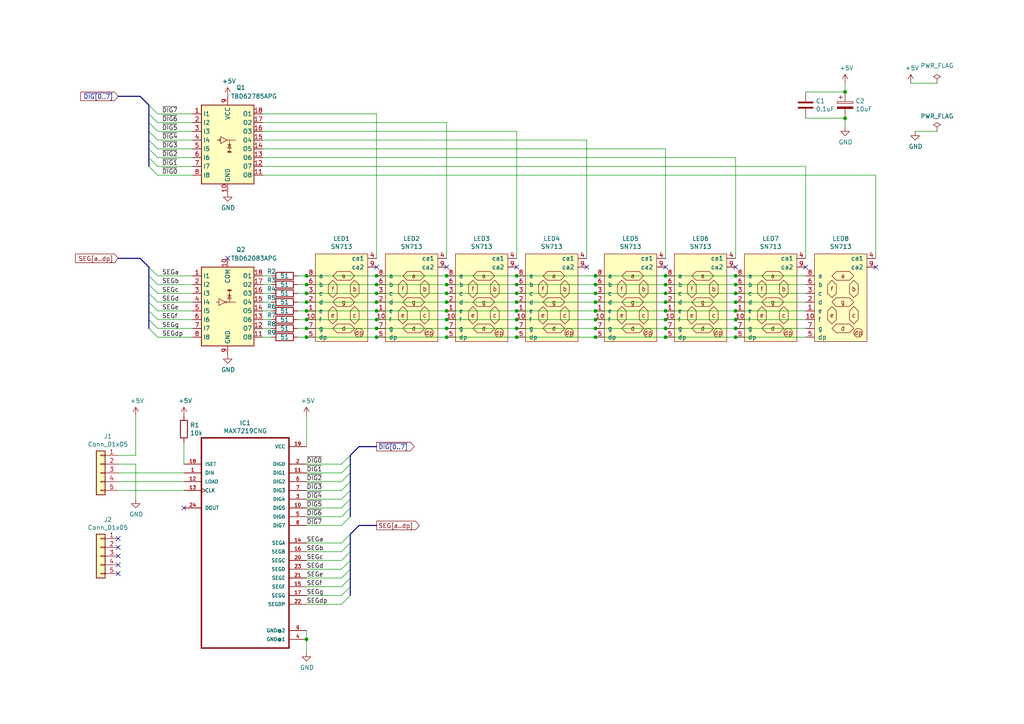
<source format=kicad_sch>
(kicad_sch (version 20230121) (generator eeschema)

  (uuid 1a44856f-19d6-44f7-a046-99fb9750c889)

  (paper "A4")

  (title_block
    (title "TK-80 flabor LED board for ZK-80P")
    (date "2020-06-26")
    (rev "0.21")
    (company "Mukai Lab.")
  )

  (lib_symbols
    (symbol "00MySymbol:MAX7219CNG" (pin_names (offset 1.016)) (in_bom yes) (on_board yes)
      (property "Reference" "IC" (at -12.7 31.4706 0)
        (effects (font (size 1.27 1.27)) (justify left bottom))
      )
      (property "Value" "MAX7219CNG" (at -12.7 -34.4678 0)
        (effects (font (size 1.27 1.27)) (justify left bottom))
      )
      (property "Footprint" "DIP794W47P254L3213H457Q24" (at -8.89 -33.02 0)
        (effects (font (size 1.27 1.27)) (justify left bottom) hide)
      )
      (property "Datasheet" "" (at 0 0 0)
        (effects (font (size 1.27 1.27)) hide)
      )
      (property "ki_locked" "" (at 0 0 0)
        (effects (font (size 1.27 1.27)))
      )
      (symbol "MAX7219CNG_0_0"
        (polyline
          (pts
            (xy -12.7 -30.48)
            (xy -12.7 30.48)
          )
          (stroke (width 0.4064) (type solid))
          (fill (type none))
        )
        (polyline
          (pts
            (xy -12.7 30.48)
            (xy 12.7 30.48)
          )
          (stroke (width 0.4064) (type solid))
          (fill (type none))
        )
        (polyline
          (pts
            (xy 12.7 -30.48)
            (xy -12.7 -30.48)
          )
          (stroke (width 0.4064) (type solid))
          (fill (type none))
        )
        (polyline
          (pts
            (xy 12.7 30.48)
            (xy 12.7 -30.48)
          )
          (stroke (width 0.4064) (type solid))
          (fill (type none))
        )
        (pin input line (at -17.78 20.32 0) (length 5.08)
          (name "DIN" (effects (font (size 1.016 1.016))))
          (number "1" (effects (font (size 1.016 1.016))))
        )
        (pin output line (at 17.78 10.16 180) (length 5.08)
          (name "DIG5" (effects (font (size 1.016 1.016))))
          (number "10" (effects (font (size 1.016 1.016))))
        )
        (pin output line (at 17.78 20.32 180) (length 5.08)
          (name "DIG1" (effects (font (size 1.016 1.016))))
          (number "11" (effects (font (size 1.016 1.016))))
        )
        (pin input line (at -17.78 17.78 0) (length 5.08)
          (name "LOAD" (effects (font (size 1.016 1.016))))
          (number "12" (effects (font (size 1.016 1.016))))
        )
        (pin input clock (at -17.78 15.24 0) (length 5.08)
          (name "CLK" (effects (font (size 1.016 1.016))))
          (number "13" (effects (font (size 1.016 1.016))))
        )
        (pin output line (at 17.78 0 180) (length 5.08)
          (name "SEGA" (effects (font (size 1.016 1.016))))
          (number "14" (effects (font (size 1.016 1.016))))
        )
        (pin output line (at 17.78 -12.7 180) (length 5.08)
          (name "SEGF" (effects (font (size 1.016 1.016))))
          (number "15" (effects (font (size 1.016 1.016))))
        )
        (pin output line (at 17.78 -2.54 180) (length 5.08)
          (name "SEGB" (effects (font (size 1.016 1.016))))
          (number "16" (effects (font (size 1.016 1.016))))
        )
        (pin output line (at 17.78 -15.24 180) (length 5.08)
          (name "SEGG" (effects (font (size 1.016 1.016))))
          (number "17" (effects (font (size 1.016 1.016))))
        )
        (pin input line (at -17.78 22.86 0) (length 5.08)
          (name "ISET" (effects (font (size 1.016 1.016))))
          (number "18" (effects (font (size 1.016 1.016))))
        )
        (pin power_in line (at 17.78 27.94 180) (length 5.08)
          (name "VCC" (effects (font (size 1.016 1.016))))
          (number "19" (effects (font (size 1.016 1.016))))
        )
        (pin output line (at 17.78 22.86 180) (length 5.08)
          (name "DIG0" (effects (font (size 1.016 1.016))))
          (number "2" (effects (font (size 1.016 1.016))))
        )
        (pin output line (at 17.78 -5.08 180) (length 5.08)
          (name "SEGC" (effects (font (size 1.016 1.016))))
          (number "20" (effects (font (size 1.016 1.016))))
        )
        (pin output line (at 17.78 -10.16 180) (length 5.08)
          (name "SEGE" (effects (font (size 1.016 1.016))))
          (number "21" (effects (font (size 1.016 1.016))))
        )
        (pin output line (at 17.78 -17.78 180) (length 5.08)
          (name "SEGDP" (effects (font (size 1.016 1.016))))
          (number "22" (effects (font (size 1.016 1.016))))
        )
        (pin output line (at 17.78 -7.62 180) (length 5.08)
          (name "SEGD" (effects (font (size 1.016 1.016))))
          (number "23" (effects (font (size 1.016 1.016))))
        )
        (pin output line (at -17.78 10.16 0) (length 5.08)
          (name "DOUT" (effects (font (size 1.016 1.016))))
          (number "24" (effects (font (size 1.016 1.016))))
        )
        (pin output line (at 17.78 12.7 180) (length 5.08)
          (name "DIG4" (effects (font (size 1.016 1.016))))
          (number "3" (effects (font (size 1.016 1.016))))
        )
        (pin power_in line (at 17.78 -27.94 180) (length 5.08)
          (name "GND@1" (effects (font (size 1.016 1.016))))
          (number "4" (effects (font (size 1.016 1.016))))
        )
        (pin output line (at 17.78 7.62 180) (length 5.08)
          (name "DIG6" (effects (font (size 1.016 1.016))))
          (number "5" (effects (font (size 1.016 1.016))))
        )
        (pin output line (at 17.78 17.78 180) (length 5.08)
          (name "DIG2" (effects (font (size 1.016 1.016))))
          (number "6" (effects (font (size 1.016 1.016))))
        )
        (pin output line (at 17.78 15.24 180) (length 5.08)
          (name "DIG3" (effects (font (size 1.016 1.016))))
          (number "7" (effects (font (size 1.016 1.016))))
        )
        (pin output line (at 17.78 5.08 180) (length 5.08)
          (name "DIG7" (effects (font (size 1.016 1.016))))
          (number "8" (effects (font (size 1.016 1.016))))
        )
        (pin power_in line (at 17.78 -25.4 180) (length 5.08)
          (name "GND@2" (effects (font (size 1.016 1.016))))
          (number "9" (effects (font (size 1.016 1.016))))
        )
      )
    )
    (symbol "00MySymbol:SN713" (pin_names (offset 1.016)) (in_bom yes) (on_board yes)
      (property "Reference" "LED" (at -6.35 15.24 0)
        (effects (font (size 1.27 1.27)))
      )
      (property "Value" "SN713" (at 3.81 15.24 0)
        (effects (font (size 1.27 1.27)))
      )
      (property "Footprint" "" (at 0 2.54 0)
        (effects (font (size 1.27 1.27)) hide)
      )
      (property "Datasheet" "" (at 0 2.54 0)
        (effects (font (size 1.27 1.27)) hide)
      )
      (property "ki_keywords" "7 segment LED" (at 0 0 0)
        (effects (font (size 1.27 1.27)) hide)
      )
      (property "ki_description" "Single 7 segment LED, common anode" (at 0 0 0)
        (effects (font (size 1.27 1.27)) hide)
      )
      (symbol "SN713_0_0"
        (text "a" (at 0.635 7.62 0)
          (effects (font (size 1.27 1.27)))
        )
        (text "b" (at 3.81 3.81 0)
          (effects (font (size 1.27 1.27)))
        )
        (text "c" (at 3.81 -3.81 0)
          (effects (font (size 1.27 1.27)))
        )
        (text "d" (at 0.635 -7.62 0)
          (effects (font (size 1.27 1.27)))
        )
        (text "dp" (at 5.08 -8.89 0)
          (effects (font (size 1.27 1.27)))
        )
        (text "e" (at -2.54 -3.81 0)
          (effects (font (size 1.27 1.27)))
        )
        (text "f" (at -2.54 3.81 0)
          (effects (font (size 1.27 1.27)))
        )
        (text "g" (at 0.635 0 0)
          (effects (font (size 1.27 1.27)))
        )
      )
      (symbol "SN713_0_1"
        (rectangle (start -7.62 13.97) (end 7.62 -11.43)
          (stroke (width 0) (type solid))
          (fill (type background))
        )
        (polyline
          (pts
            (xy -2.54 -7.62)
            (xy -1.27 -6.35)
            (xy 2.54 -6.35)
            (xy 3.81 -7.62)
            (xy 2.54 -8.89)
            (xy -1.27 -8.89)
            (xy -2.54 -7.62)
          )
          (stroke (width 0) (type solid))
          (fill (type none))
        )
        (polyline
          (pts
            (xy -2.54 -1.27)
            (xy -3.81 -2.54)
            (xy -3.81 -5.08)
            (xy -2.54 -6.35)
            (xy -1.27 -5.08)
            (xy -1.27 -2.54)
            (xy -2.54 -1.27)
          )
          (stroke (width 0) (type solid))
          (fill (type none))
        )
        (polyline
          (pts
            (xy -2.54 0)
            (xy -1.27 1.27)
            (xy 2.54 1.27)
            (xy 3.81 0)
            (xy 2.54 -1.27)
            (xy -1.27 -1.27)
            (xy -2.54 0)
          )
          (stroke (width 0) (type solid))
          (fill (type none))
        )
        (polyline
          (pts
            (xy -2.54 6.35)
            (xy -3.81 5.08)
            (xy -3.81 2.54)
            (xy -2.54 1.27)
            (xy -1.27 2.54)
            (xy -1.27 5.08)
            (xy -2.54 6.35)
          )
          (stroke (width 0) (type solid))
          (fill (type none))
        )
        (polyline
          (pts
            (xy -2.54 7.62)
            (xy -1.27 8.89)
            (xy 2.54 8.89)
            (xy 3.81 7.62)
            (xy 2.54 6.35)
            (xy -1.27 6.35)
            (xy -2.54 7.62)
          )
          (stroke (width 0) (type solid))
          (fill (type none))
        )
        (polyline
          (pts
            (xy 3.81 -1.27)
            (xy 2.54 -2.54)
            (xy 2.54 -5.08)
            (xy 3.81 -6.35)
            (xy 5.08 -5.08)
            (xy 5.08 -2.54)
            (xy 3.81 -1.27)
          )
          (stroke (width 0) (type solid))
          (fill (type none))
        )
        (polyline
          (pts
            (xy 3.81 6.35)
            (xy 2.54 5.08)
            (xy 2.54 2.54)
            (xy 3.81 1.27)
            (xy 5.08 2.54)
            (xy 5.08 5.08)
            (xy 3.81 6.35)
          )
          (stroke (width 0) (type solid))
          (fill (type none))
        )
        (circle (center 5.08 -8.89) (radius 1.27)
          (stroke (width 0) (type solid))
          (fill (type none))
        )
      )
      (symbol "SN713_1_1"
        (pin input line (at -10.16 -2.54 0) (length 2.54)
          (name "e" (effects (font (size 1.27 1.27))))
          (number "1" (effects (font (size 1.27 1.27))))
        )
        (pin input line (at -10.16 -5.08 0) (length 2.54)
          (name "f" (effects (font (size 1.27 1.27))))
          (number "10" (effects (font (size 1.27 1.27))))
        )
        (pin input line (at -10.16 0 0) (length 2.54)
          (name "d" (effects (font (size 1.27 1.27))))
          (number "2" (effects (font (size 1.27 1.27))))
        )
        (pin input line (at -10.16 2.54 0) (length 2.54)
          (name "c" (effects (font (size 1.27 1.27))))
          (number "3" (effects (font (size 1.27 1.27))))
        )
        (pin input line (at 10.16 12.7 180) (length 2.54)
          (name "ca1" (effects (font (size 1.27 1.27))))
          (number "4" (effects (font (size 1.27 1.27))))
        )
        (pin input line (at -10.16 -10.16 0) (length 2.54)
          (name "dp" (effects (font (size 1.27 1.27))))
          (number "5" (effects (font (size 1.27 1.27))))
        )
        (pin input line (at -10.16 5.08 0) (length 2.54)
          (name "b" (effects (font (size 1.27 1.27))))
          (number "6" (effects (font (size 1.27 1.27))))
        )
        (pin input line (at -10.16 -7.62 0) (length 2.54)
          (name "g" (effects (font (size 1.27 1.27))))
          (number "7" (effects (font (size 1.27 1.27))))
        )
        (pin input line (at -10.16 7.62 0) (length 2.54)
          (name "a" (effects (font (size 1.27 1.27))))
          (number "8" (effects (font (size 1.27 1.27))))
        )
        (pin input line (at 10.16 10.16 180) (length 2.54)
          (name "ca2" (effects (font (size 1.27 1.27))))
          (number "9" (effects (font (size 1.27 1.27))))
        )
      )
    )
    (symbol "00MySymbol:TBD62083A" (in_bom yes) (on_board yes)
      (property "Reference" "U" (at -7.62 11.43 0)
        (effects (font (size 1.27 1.27)) (justify left))
      )
      (property "Value" "TBD62083A" (at 1.27 11.43 0)
        (effects (font (size 1.27 1.27)) (justify left))
      )
      (property "Footprint" "" (at 0 -13.97 0)
        (effects (font (size 1.27 1.27)) hide)
      )
      (property "Datasheet" "https://toshiba.semicon-storage.com/info/docget.jsp?did=29808&prodName=TBD62083APG" (at -7.62 10.16 0)
        (effects (font (size 1.27 1.27)) hide)
      )
      (property "ki_keywords" "relays solenoids lamps steppers servos LEDs" (at 0 0 0)
        (effects (font (size 1.27 1.27)) hide)
      )
      (property "ki_description" "8-Channel Sink Type Transistor Array, TTL and CMOS compatible, 500mA, 50V, DIP-18/SOP-18/SSOP-18/SOIC-18W" (at 0 0 0)
        (effects (font (size 1.27 1.27)) hide)
      )
      (property "ki_fp_filters" "DIP*W7.62mm* SOP*7.0x12.5mm*P1.27mm* SSOP*4.4x6.5mm*P0.65mm* SOIC*7.5x11.6mm*P1.27mm*" (at 0 0 0)
        (effects (font (size 1.27 1.27)) hide)
      )
      (symbol "TBD62083A_0_1"
        (rectangle (start -7.62 10.16) (end 7.62 -12.7)
          (stroke (width 0.254) (type solid))
          (fill (type background))
        )
        (circle (center -0.508 0) (radius 0.254)
          (stroke (width 0) (type solid))
          (fill (type none))
        )
        (polyline
          (pts
            (xy -1.778 -2.794)
            (xy -1.778 -2.794)
          )
          (stroke (width 0.254) (type solid))
          (fill (type none))
        )
        (polyline
          (pts
            (xy -1.778 -2.032)
            (xy -1.778 -2.032)
          )
          (stroke (width 0.254) (type solid))
          (fill (type none))
        )
        (polyline
          (pts
            (xy -1.778 -1.27)
            (xy -1.778 -1.27)
          )
          (stroke (width 0.254) (type solid))
          (fill (type none))
        )
        (polyline
          (pts
            (xy -1.778 1.27)
            (xy -1.778 1.27)
          )
          (stroke (width 0.254) (type solid))
          (fill (type none))
        )
        (polyline
          (pts
            (xy -1.778 2.032)
            (xy -1.778 2.032)
          )
          (stroke (width 0.254) (type solid))
          (fill (type none))
        )
        (polyline
          (pts
            (xy -1.778 2.794)
            (xy -1.778 2.794)
          )
          (stroke (width 0.254) (type solid))
          (fill (type none))
        )
        (polyline
          (pts
            (xy -0.254 0)
            (xy 2.286 0)
          )
          (stroke (width 0) (type solid))
          (fill (type none))
        )
        (polyline
          (pts
            (xy 0 2.032)
            (xy 1.016 2.032)
          )
          (stroke (width 0) (type solid))
          (fill (type none))
        )
        (polyline
          (pts
            (xy 0.508 3.302)
            (xy 0.508 0)
          )
          (stroke (width 0) (type solid))
          (fill (type none))
        )
        (polyline
          (pts
            (xy 0.508 2.032)
            (xy 0 1.016)
            (xy 1.016 1.016)
            (xy 0.508 2.032)
          )
          (stroke (width 0) (type solid))
          (fill (type none))
        )
        (polyline
          (pts
            (xy -3.302 0)
            (xy -2.54 0)
            (xy -2.54 1.016)
            (xy -0.762 0)
            (xy -2.54 -1.016)
            (xy -2.54 0)
          )
          (stroke (width 0) (type solid))
          (fill (type none))
        )
        (rectangle (start 0 3.556) (end 1.016 3.302)
          (stroke (width 0) (type solid))
          (fill (type outline))
        )
      )
      (symbol "TBD62083A_1_1"
        (pin input line (at -10.16 7.62 0) (length 2.54)
          (name "I1" (effects (font (size 1.27 1.27))))
          (number "1" (effects (font (size 1.27 1.27))))
        )
        (pin unspecified line (at 0 12.7 270) (length 2.54)
          (name "COM" (effects (font (size 1.27 1.27))))
          (number "10" (effects (font (size 1.27 1.27))))
        )
        (pin open_collector line (at 10.16 -10.16 180) (length 2.54)
          (name "O8" (effects (font (size 1.27 1.27))))
          (number "11" (effects (font (size 1.27 1.27))))
        )
        (pin open_collector line (at 10.16 -7.62 180) (length 2.54)
          (name "O7" (effects (font (size 1.27 1.27))))
          (number "12" (effects (font (size 1.27 1.27))))
        )
        (pin open_collector line (at 10.16 -5.08 180) (length 2.54)
          (name "O6" (effects (font (size 1.27 1.27))))
          (number "13" (effects (font (size 1.27 1.27))))
        )
        (pin open_collector line (at 10.16 -2.54 180) (length 2.54)
          (name "O5" (effects (font (size 1.27 1.27))))
          (number "14" (effects (font (size 1.27 1.27))))
        )
        (pin open_collector line (at 10.16 0 180) (length 2.54)
          (name "O4" (effects (font (size 1.27 1.27))))
          (number "15" (effects (font (size 1.27 1.27))))
        )
        (pin open_collector line (at 10.16 2.54 180) (length 2.54)
          (name "O3" (effects (font (size 1.27 1.27))))
          (number "16" (effects (font (size 1.27 1.27))))
        )
        (pin open_collector line (at 10.16 5.08 180) (length 2.54)
          (name "O2" (effects (font (size 1.27 1.27))))
          (number "17" (effects (font (size 1.27 1.27))))
        )
        (pin open_collector line (at 10.16 7.62 180) (length 2.54)
          (name "O1" (effects (font (size 1.27 1.27))))
          (number "18" (effects (font (size 1.27 1.27))))
        )
        (pin input line (at -10.16 5.08 0) (length 2.54)
          (name "I2" (effects (font (size 1.27 1.27))))
          (number "2" (effects (font (size 1.27 1.27))))
        )
        (pin input line (at -10.16 2.54 0) (length 2.54)
          (name "I3" (effects (font (size 1.27 1.27))))
          (number "3" (effects (font (size 1.27 1.27))))
        )
        (pin input line (at -10.16 0 0) (length 2.54)
          (name "I4" (effects (font (size 1.27 1.27))))
          (number "4" (effects (font (size 1.27 1.27))))
        )
        (pin input line (at -10.16 -2.54 0) (length 2.54)
          (name "I5" (effects (font (size 1.27 1.27))))
          (number "5" (effects (font (size 1.27 1.27))))
        )
        (pin input line (at -10.16 -5.08 0) (length 2.54)
          (name "I6" (effects (font (size 1.27 1.27))))
          (number "6" (effects (font (size 1.27 1.27))))
        )
        (pin input line (at -10.16 -7.62 0) (length 2.54)
          (name "I7" (effects (font (size 1.27 1.27))))
          (number "7" (effects (font (size 1.27 1.27))))
        )
        (pin input line (at -10.16 -10.16 0) (length 2.54)
          (name "I8" (effects (font (size 1.27 1.27))))
          (number "8" (effects (font (size 1.27 1.27))))
        )
        (pin power_in line (at 0 -15.24 90) (length 2.54)
          (name "GND" (effects (font (size 1.27 1.27))))
          (number "9" (effects (font (size 1.27 1.27))))
        )
      )
    )
    (symbol "00MySymbol:TBD62785A" (in_bom yes) (on_board yes)
      (property "Reference" "U" (at -7.62 11.43 0)
        (effects (font (size 1.27 1.27)) (justify left))
      )
      (property "Value" "TBD62785A" (at 1.27 11.43 0)
        (effects (font (size 1.27 1.27)) (justify left))
      )
      (property "Footprint" "" (at 0 -13.97 0)
        (effects (font (size 1.27 1.27)) hide)
      )
      (property "Datasheet" "http://toshiba.semicon-storage.com/info/docget.jsp?did=58399&prodName=TBD62785AFWG" (at -7.62 10.16 0)
        (effects (font (size 1.27 1.27)) hide)
      )
      (property "ki_keywords" "relays solenoids lamps steppers servos LEDs" (at 0 0 0)
        (effects (font (size 1.27 1.27)) hide)
      )
      (property "ki_description" "8-Channel Low Active Source Type Transistor Array, TTL and CMOS compatible, 500mA, 50V, DIP-18/SOP-18/SSOP-18/SOIC-18W" (at 0 0 0)
        (effects (font (size 1.27 1.27)) hide)
      )
      (property "ki_fp_filters" "DIP*W7.62mm* SOP*7.0x12.5mm*P1.27mm* SSOP*4.4x6.5mm*P0.65mm* SOIC*7.5x11.6mm*P1.27mm*" (at 0 0 0)
        (effects (font (size 1.27 1.27)) hide)
      )
      (symbol "TBD62785A_0_1"
        (rectangle (start -7.62 10.16) (end 7.62 -12.7)
          (stroke (width 0.254) (type solid))
          (fill (type background))
        )
        (circle (center -2.286 0) (radius 0.254)
          (stroke (width 0) (type solid))
          (fill (type none))
        )
        (rectangle (start 0 -3.302) (end 1.016 -3.556)
          (stroke (width 0) (type solid))
          (fill (type outline))
        )
        (polyline
          (pts
            (xy -2.54 0)
            (xy -3.048 0)
          )
          (stroke (width 0) (type solid))
          (fill (type none))
        )
        (polyline
          (pts
            (xy -1.778 -2.794)
            (xy -1.778 -2.794)
          )
          (stroke (width 0.254) (type solid))
          (fill (type none))
        )
        (polyline
          (pts
            (xy -1.778 -2.032)
            (xy -1.778 -2.032)
          )
          (stroke (width 0.254) (type solid))
          (fill (type none))
        )
        (polyline
          (pts
            (xy -1.778 -1.27)
            (xy -1.778 -1.27)
          )
          (stroke (width 0.254) (type solid))
          (fill (type none))
        )
        (polyline
          (pts
            (xy -1.778 1.27)
            (xy -1.778 1.27)
          )
          (stroke (width 0.254) (type solid))
          (fill (type none))
        )
        (polyline
          (pts
            (xy -1.778 2.032)
            (xy -1.778 2.032)
          )
          (stroke (width 0.254) (type solid))
          (fill (type none))
        )
        (polyline
          (pts
            (xy -1.778 2.794)
            (xy -1.778 2.794)
          )
          (stroke (width 0.254) (type solid))
          (fill (type none))
        )
        (polyline
          (pts
            (xy -0.254 0)
            (xy 2.286 0)
          )
          (stroke (width 0) (type solid))
          (fill (type none))
        )
        (polyline
          (pts
            (xy 0 -1.27)
            (xy 1.016 -1.27)
          )
          (stroke (width 0) (type solid))
          (fill (type none))
        )
        (polyline
          (pts
            (xy 0.508 0)
            (xy 0.508 -3.302)
          )
          (stroke (width 0) (type solid))
          (fill (type none))
        )
        (polyline
          (pts
            (xy -0.254 0)
            (xy -2.032 1.016)
            (xy -2.032 -1.016)
            (xy -0.254 0)
          )
          (stroke (width 0) (type solid))
          (fill (type none))
        )
        (polyline
          (pts
            (xy 0.508 -1.27)
            (xy 0 -2.286)
            (xy 1.016 -2.286)
            (xy 0.508 -1.27)
          )
          (stroke (width 0) (type solid))
          (fill (type none))
        )
      )
      (symbol "TBD62785A_1_1"
        (pin input line (at -10.16 7.62 0) (length 2.54)
          (name "I1" (effects (font (size 1.27 1.27))))
          (number "1" (effects (font (size 1.27 1.27))))
        )
        (pin power_in line (at 0 -15.24 90) (length 2.54)
          (name "GND" (effects (font (size 1.27 1.27))))
          (number "10" (effects (font (size 1.27 1.27))))
        )
        (pin open_emitter line (at 10.16 -10.16 180) (length 2.54)
          (name "O8" (effects (font (size 1.27 1.27))))
          (number "11" (effects (font (size 1.27 1.27))))
        )
        (pin open_emitter line (at 10.16 -7.62 180) (length 2.54)
          (name "O7" (effects (font (size 1.27 1.27))))
          (number "12" (effects (font (size 1.27 1.27))))
        )
        (pin open_emitter line (at 10.16 -5.08 180) (length 2.54)
          (name "O6" (effects (font (size 1.27 1.27))))
          (number "13" (effects (font (size 1.27 1.27))))
        )
        (pin open_emitter line (at 10.16 -2.54 180) (length 2.54)
          (name "O5" (effects (font (size 1.27 1.27))))
          (number "14" (effects (font (size 1.27 1.27))))
        )
        (pin open_emitter line (at 10.16 0 180) (length 2.54)
          (name "O4" (effects (font (size 1.27 1.27))))
          (number "15" (effects (font (size 1.27 1.27))))
        )
        (pin open_emitter line (at 10.16 2.54 180) (length 2.54)
          (name "O3" (effects (font (size 1.27 1.27))))
          (number "16" (effects (font (size 1.27 1.27))))
        )
        (pin open_emitter line (at 10.16 5.08 180) (length 2.54)
          (name "O2" (effects (font (size 1.27 1.27))))
          (number "17" (effects (font (size 1.27 1.27))))
        )
        (pin open_emitter line (at 10.16 7.62 180) (length 2.54)
          (name "O1" (effects (font (size 1.27 1.27))))
          (number "18" (effects (font (size 1.27 1.27))))
        )
        (pin input line (at -10.16 5.08 0) (length 2.54)
          (name "I2" (effects (font (size 1.27 1.27))))
          (number "2" (effects (font (size 1.27 1.27))))
        )
        (pin input line (at -10.16 2.54 0) (length 2.54)
          (name "I3" (effects (font (size 1.27 1.27))))
          (number "3" (effects (font (size 1.27 1.27))))
        )
        (pin input line (at -10.16 0 0) (length 2.54)
          (name "I4" (effects (font (size 1.27 1.27))))
          (number "4" (effects (font (size 1.27 1.27))))
        )
        (pin input line (at -10.16 -2.54 0) (length 2.54)
          (name "I5" (effects (font (size 1.27 1.27))))
          (number "5" (effects (font (size 1.27 1.27))))
        )
        (pin input line (at -10.16 -5.08 0) (length 2.54)
          (name "I6" (effects (font (size 1.27 1.27))))
          (number "6" (effects (font (size 1.27 1.27))))
        )
        (pin input line (at -10.16 -7.62 0) (length 2.54)
          (name "I7" (effects (font (size 1.27 1.27))))
          (number "7" (effects (font (size 1.27 1.27))))
        )
        (pin input line (at -10.16 -10.16 0) (length 2.54)
          (name "I8" (effects (font (size 1.27 1.27))))
          (number "8" (effects (font (size 1.27 1.27))))
        )
        (pin power_in line (at 0 12.7 270) (length 2.54)
          (name "VCC" (effects (font (size 1.27 1.27))))
          (number "9" (effects (font (size 1.27 1.27))))
        )
      )
    )
    (symbol "Connector_Generic:Conn_01x05" (pin_names (offset 1.016) hide) (in_bom yes) (on_board yes)
      (property "Reference" "J" (at 0 7.62 0)
        (effects (font (size 1.27 1.27)))
      )
      (property "Value" "Conn_01x05" (at 0 -7.62 0)
        (effects (font (size 1.27 1.27)))
      )
      (property "Footprint" "" (at 0 0 0)
        (effects (font (size 1.27 1.27)) hide)
      )
      (property "Datasheet" "~" (at 0 0 0)
        (effects (font (size 1.27 1.27)) hide)
      )
      (property "ki_keywords" "connector" (at 0 0 0)
        (effects (font (size 1.27 1.27)) hide)
      )
      (property "ki_description" "Generic connector, single row, 01x05, script generated (kicad-library-utils/schlib/autogen/connector/)" (at 0 0 0)
        (effects (font (size 1.27 1.27)) hide)
      )
      (property "ki_fp_filters" "Connector*:*_1x??_*" (at 0 0 0)
        (effects (font (size 1.27 1.27)) hide)
      )
      (symbol "Conn_01x05_1_1"
        (rectangle (start -1.27 -4.953) (end 0 -5.207)
          (stroke (width 0.1524) (type default))
          (fill (type none))
        )
        (rectangle (start -1.27 -2.413) (end 0 -2.667)
          (stroke (width 0.1524) (type default))
          (fill (type none))
        )
        (rectangle (start -1.27 0.127) (end 0 -0.127)
          (stroke (width 0.1524) (type default))
          (fill (type none))
        )
        (rectangle (start -1.27 2.667) (end 0 2.413)
          (stroke (width 0.1524) (type default))
          (fill (type none))
        )
        (rectangle (start -1.27 5.207) (end 0 4.953)
          (stroke (width 0.1524) (type default))
          (fill (type none))
        )
        (rectangle (start -1.27 6.35) (end 1.27 -6.35)
          (stroke (width 0.254) (type default))
          (fill (type background))
        )
        (pin passive line (at -5.08 5.08 0) (length 3.81)
          (name "Pin_1" (effects (font (size 1.27 1.27))))
          (number "1" (effects (font (size 1.27 1.27))))
        )
        (pin passive line (at -5.08 2.54 0) (length 3.81)
          (name "Pin_2" (effects (font (size 1.27 1.27))))
          (number "2" (effects (font (size 1.27 1.27))))
        )
        (pin passive line (at -5.08 0 0) (length 3.81)
          (name "Pin_3" (effects (font (size 1.27 1.27))))
          (number "3" (effects (font (size 1.27 1.27))))
        )
        (pin passive line (at -5.08 -2.54 0) (length 3.81)
          (name "Pin_4" (effects (font (size 1.27 1.27))))
          (number "4" (effects (font (size 1.27 1.27))))
        )
        (pin passive line (at -5.08 -5.08 0) (length 3.81)
          (name "Pin_5" (effects (font (size 1.27 1.27))))
          (number "5" (effects (font (size 1.27 1.27))))
        )
      )
    )
    (symbol "Device:C" (pin_numbers hide) (pin_names (offset 0.254)) (in_bom yes) (on_board yes)
      (property "Reference" "C" (at 0.635 2.54 0)
        (effects (font (size 1.27 1.27)) (justify left))
      )
      (property "Value" "C" (at 0.635 -2.54 0)
        (effects (font (size 1.27 1.27)) (justify left))
      )
      (property "Footprint" "" (at 0.9652 -3.81 0)
        (effects (font (size 1.27 1.27)) hide)
      )
      (property "Datasheet" "~" (at 0 0 0)
        (effects (font (size 1.27 1.27)) hide)
      )
      (property "ki_keywords" "cap capacitor" (at 0 0 0)
        (effects (font (size 1.27 1.27)) hide)
      )
      (property "ki_description" "Unpolarized capacitor" (at 0 0 0)
        (effects (font (size 1.27 1.27)) hide)
      )
      (property "ki_fp_filters" "C_*" (at 0 0 0)
        (effects (font (size 1.27 1.27)) hide)
      )
      (symbol "C_0_1"
        (polyline
          (pts
            (xy -2.032 -0.762)
            (xy 2.032 -0.762)
          )
          (stroke (width 0.508) (type default))
          (fill (type none))
        )
        (polyline
          (pts
            (xy -2.032 0.762)
            (xy 2.032 0.762)
          )
          (stroke (width 0.508) (type default))
          (fill (type none))
        )
      )
      (symbol "C_1_1"
        (pin passive line (at 0 3.81 270) (length 2.794)
          (name "~" (effects (font (size 1.27 1.27))))
          (number "1" (effects (font (size 1.27 1.27))))
        )
        (pin passive line (at 0 -3.81 90) (length 2.794)
          (name "~" (effects (font (size 1.27 1.27))))
          (number "2" (effects (font (size 1.27 1.27))))
        )
      )
    )
    (symbol "Device:R" (pin_numbers hide) (pin_names (offset 0)) (in_bom yes) (on_board yes)
      (property "Reference" "R" (at 2.032 0 90)
        (effects (font (size 1.27 1.27)))
      )
      (property "Value" "R" (at 0 0 90)
        (effects (font (size 1.27 1.27)))
      )
      (property "Footprint" "" (at -1.778 0 90)
        (effects (font (size 1.27 1.27)) hide)
      )
      (property "Datasheet" "~" (at 0 0 0)
        (effects (font (size 1.27 1.27)) hide)
      )
      (property "ki_keywords" "R res resistor" (at 0 0 0)
        (effects (font (size 1.27 1.27)) hide)
      )
      (property "ki_description" "Resistor" (at 0 0 0)
        (effects (font (size 1.27 1.27)) hide)
      )
      (property "ki_fp_filters" "R_*" (at 0 0 0)
        (effects (font (size 1.27 1.27)) hide)
      )
      (symbol "R_0_1"
        (rectangle (start -1.016 -2.54) (end 1.016 2.54)
          (stroke (width 0.254) (type default))
          (fill (type none))
        )
      )
      (symbol "R_1_1"
        (pin passive line (at 0 3.81 270) (length 1.27)
          (name "~" (effects (font (size 1.27 1.27))))
          (number "1" (effects (font (size 1.27 1.27))))
        )
        (pin passive line (at 0 -3.81 90) (length 1.27)
          (name "~" (effects (font (size 1.27 1.27))))
          (number "2" (effects (font (size 1.27 1.27))))
        )
      )
    )
    (symbol "TK80LED-rescue:CP-Device" (pin_numbers hide) (pin_names (offset 0.254)) (in_bom yes) (on_board yes)
      (property "Reference" "C" (at 0.635 2.54 0)
        (effects (font (size 1.27 1.27)) (justify left))
      )
      (property "Value" "Device_CP" (at 0.635 -2.54 0)
        (effects (font (size 1.27 1.27)) (justify left))
      )
      (property "Footprint" "" (at 0.9652 -3.81 0)
        (effects (font (size 1.27 1.27)) hide)
      )
      (property "Datasheet" "" (at 0 0 0)
        (effects (font (size 1.27 1.27)) hide)
      )
      (property "ki_fp_filters" "CP_*" (at 0 0 0)
        (effects (font (size 1.27 1.27)) hide)
      )
      (symbol "CP-Device_0_1"
        (rectangle (start -2.286 0.508) (end 2.286 1.016)
          (stroke (width 0) (type solid))
          (fill (type none))
        )
        (polyline
          (pts
            (xy -1.778 2.286)
            (xy -0.762 2.286)
          )
          (stroke (width 0) (type solid))
          (fill (type none))
        )
        (polyline
          (pts
            (xy -1.27 2.794)
            (xy -1.27 1.778)
          )
          (stroke (width 0) (type solid))
          (fill (type none))
        )
        (rectangle (start 2.286 -0.508) (end -2.286 -1.016)
          (stroke (width 0) (type solid))
          (fill (type outline))
        )
      )
      (symbol "CP-Device_1_1"
        (pin passive line (at 0 3.81 270) (length 2.794)
          (name "~" (effects (font (size 1.27 1.27))))
          (number "1" (effects (font (size 1.27 1.27))))
        )
        (pin passive line (at 0 -3.81 90) (length 2.794)
          (name "~" (effects (font (size 1.27 1.27))))
          (number "2" (effects (font (size 1.27 1.27))))
        )
      )
    )
    (symbol "power:+5V" (power) (pin_names (offset 0)) (in_bom yes) (on_board yes)
      (property "Reference" "#PWR" (at 0 -3.81 0)
        (effects (font (size 1.27 1.27)) hide)
      )
      (property "Value" "+5V" (at 0 3.556 0)
        (effects (font (size 1.27 1.27)))
      )
      (property "Footprint" "" (at 0 0 0)
        (effects (font (size 1.27 1.27)) hide)
      )
      (property "Datasheet" "" (at 0 0 0)
        (effects (font (size 1.27 1.27)) hide)
      )
      (property "ki_keywords" "global power" (at 0 0 0)
        (effects (font (size 1.27 1.27)) hide)
      )
      (property "ki_description" "Power symbol creates a global label with name \"+5V\"" (at 0 0 0)
        (effects (font (size 1.27 1.27)) hide)
      )
      (symbol "+5V_0_1"
        (polyline
          (pts
            (xy -0.762 1.27)
            (xy 0 2.54)
          )
          (stroke (width 0) (type default))
          (fill (type none))
        )
        (polyline
          (pts
            (xy 0 0)
            (xy 0 2.54)
          )
          (stroke (width 0) (type default))
          (fill (type none))
        )
        (polyline
          (pts
            (xy 0 2.54)
            (xy 0.762 1.27)
          )
          (stroke (width 0) (type default))
          (fill (type none))
        )
      )
      (symbol "+5V_1_1"
        (pin power_in line (at 0 0 90) (length 0) hide
          (name "+5V" (effects (font (size 1.27 1.27))))
          (number "1" (effects (font (size 1.27 1.27))))
        )
      )
    )
    (symbol "power:GND" (power) (pin_names (offset 0)) (in_bom yes) (on_board yes)
      (property "Reference" "#PWR" (at 0 -6.35 0)
        (effects (font (size 1.27 1.27)) hide)
      )
      (property "Value" "GND" (at 0 -3.81 0)
        (effects (font (size 1.27 1.27)))
      )
      (property "Footprint" "" (at 0 0 0)
        (effects (font (size 1.27 1.27)) hide)
      )
      (property "Datasheet" "" (at 0 0 0)
        (effects (font (size 1.27 1.27)) hide)
      )
      (property "ki_keywords" "global power" (at 0 0 0)
        (effects (font (size 1.27 1.27)) hide)
      )
      (property "ki_description" "Power symbol creates a global label with name \"GND\" , ground" (at 0 0 0)
        (effects (font (size 1.27 1.27)) hide)
      )
      (symbol "GND_0_1"
        (polyline
          (pts
            (xy 0 0)
            (xy 0 -1.27)
            (xy 1.27 -1.27)
            (xy 0 -2.54)
            (xy -1.27 -1.27)
            (xy 0 -1.27)
          )
          (stroke (width 0) (type default))
          (fill (type none))
        )
      )
      (symbol "GND_1_1"
        (pin power_in line (at 0 0 270) (length 0) hide
          (name "GND" (effects (font (size 1.27 1.27))))
          (number "1" (effects (font (size 1.27 1.27))))
        )
      )
    )
    (symbol "power:PWR_FLAG" (power) (pin_numbers hide) (pin_names (offset 0) hide) (in_bom yes) (on_board yes)
      (property "Reference" "#FLG" (at 0 1.905 0)
        (effects (font (size 1.27 1.27)) hide)
      )
      (property "Value" "PWR_FLAG" (at 0 3.81 0)
        (effects (font (size 1.27 1.27)))
      )
      (property "Footprint" "" (at 0 0 0)
        (effects (font (size 1.27 1.27)) hide)
      )
      (property "Datasheet" "~" (at 0 0 0)
        (effects (font (size 1.27 1.27)) hide)
      )
      (property "ki_keywords" "flag power" (at 0 0 0)
        (effects (font (size 1.27 1.27)) hide)
      )
      (property "ki_description" "Special symbol for telling ERC where power comes from" (at 0 0 0)
        (effects (font (size 1.27 1.27)) hide)
      )
      (symbol "PWR_FLAG_0_0"
        (pin power_out line (at 0 0 90) (length 0)
          (name "pwr" (effects (font (size 1.27 1.27))))
          (number "1" (effects (font (size 1.27 1.27))))
        )
      )
      (symbol "PWR_FLAG_0_1"
        (polyline
          (pts
            (xy 0 0)
            (xy 0 1.27)
            (xy -1.016 1.905)
            (xy 0 2.54)
            (xy 1.016 1.905)
            (xy 0 1.27)
          )
          (stroke (width 0) (type default))
          (fill (type none))
        )
      )
    )
  )

  (junction (at 88.9 90.17) (diameter 0) (color 0 0 0 0)
    (uuid 0540f084-c410-44b8-b4d3-b63567c7114b)
  )
  (junction (at 129.54 97.79) (diameter 0) (color 0 0 0 0)
    (uuid 15e47661-5928-4367-94aa-af76e783d672)
  )
  (junction (at 149.86 82.55) (diameter 0) (color 0 0 0 0)
    (uuid 1e829a6e-1d56-4221-a704-9a429b0fa117)
  )
  (junction (at 129.54 85.09) (diameter 0) (color 0 0 0 0)
    (uuid 207a4eb6-66da-4251-8d3a-d47c14705061)
  )
  (junction (at 213.36 80.01) (diameter 0) (color 0 0 0 0)
    (uuid 22d81a1f-dc05-4da9-99e3-1dfb59884f9d)
  )
  (junction (at 88.9 87.63) (diameter 0) (color 0 0 0 0)
    (uuid 28cdc2df-5a8c-42d0-a959-a0d8919264a1)
  )
  (junction (at 193.04 92.71) (diameter 0) (color 0 0 0 0)
    (uuid 2d8bc62e-1e4b-4f77-b732-6d00dbed4b6e)
  )
  (junction (at 245.11 26.67) (diameter 0) (color 0 0 0 0)
    (uuid 2f8f6332-9f6c-4dba-9e50-b2097cd8be08)
  )
  (junction (at 172.72 87.63) (diameter 0) (color 0 0 0 0)
    (uuid 3a1cfa08-089c-4152-b530-d6b52c3d30c9)
  )
  (junction (at 129.54 90.17) (diameter 0) (color 0 0 0 0)
    (uuid 3aa872b9-15b0-4756-b679-a605b2f561de)
  )
  (junction (at 149.86 97.79) (diameter 0) (color 0 0 0 0)
    (uuid 411847ee-381d-44e5-b59a-018bc853dcc0)
  )
  (junction (at 88.9 95.25) (diameter 0) (color 0 0 0 0)
    (uuid 4572ba94-ddc7-4ea8-ab74-02261c1fa8d2)
  )
  (junction (at 193.04 87.63) (diameter 0) (color 0 0 0 0)
    (uuid 466ac2b9-9455-4795-86ab-262cb263323c)
  )
  (junction (at 172.72 92.71) (diameter 0) (color 0 0 0 0)
    (uuid 46acdfc2-ec47-4ce2-b34f-35a0e0398e68)
  )
  (junction (at 149.86 80.01) (diameter 0) (color 0 0 0 0)
    (uuid 51867f32-06bf-4350-8a3c-dd06ed66b2de)
  )
  (junction (at 129.54 92.71) (diameter 0) (color 0 0 0 0)
    (uuid 5228c72a-e376-464d-aa4a-aa8eaec9b34c)
  )
  (junction (at 129.54 82.55) (diameter 0) (color 0 0 0 0)
    (uuid 56470492-dca9-4f6d-9ad4-12ebc796d7d0)
  )
  (junction (at 172.72 90.17) (diameter 0) (color 0 0 0 0)
    (uuid 58c66ace-e8e6-450f-8f6c-26d69bc21509)
  )
  (junction (at 193.04 95.25) (diameter 0) (color 0 0 0 0)
    (uuid 5d0ee609-7463-4025-be3e-5ed4ea74374d)
  )
  (junction (at 213.36 87.63) (diameter 0) (color 0 0 0 0)
    (uuid 62d7667d-f4a1-4e92-a6de-991b3e1a2bf9)
  )
  (junction (at 193.04 82.55) (diameter 0) (color 0 0 0 0)
    (uuid 62feeb11-0fb9-4ea8-b83f-0235052e5e74)
  )
  (junction (at 172.72 80.01) (diameter 0) (color 0 0 0 0)
    (uuid 65946673-74bf-410e-b81a-90939060373e)
  )
  (junction (at 88.9 85.09) (diameter 0) (color 0 0 0 0)
    (uuid 70ae9d51-e92f-400c-a13b-90db6fcd3e7f)
  )
  (junction (at 88.9 80.01) (diameter 0) (color 0 0 0 0)
    (uuid 72c5340f-d73e-40b2-a606-9a32b4ab8509)
  )
  (junction (at 213.36 82.55) (diameter 0) (color 0 0 0 0)
    (uuid 756d45f5-b154-43cf-b436-f75d7b8e0f35)
  )
  (junction (at 109.22 97.79) (diameter 0) (color 0 0 0 0)
    (uuid 88c1529d-6df1-42a3-86b8-b48ceaee2c5e)
  )
  (junction (at 172.72 82.55) (diameter 0) (color 0 0 0 0)
    (uuid 89d014ef-5a5d-45c7-95ca-452f9462f691)
  )
  (junction (at 172.72 85.09) (diameter 0) (color 0 0 0 0)
    (uuid 8a004638-6a16-49fe-b26f-a9c9d3d4d335)
  )
  (junction (at 149.86 90.17) (diameter 0) (color 0 0 0 0)
    (uuid 8a80c4dc-f850-4d81-a3ae-5e296c35e361)
  )
  (junction (at 193.04 90.17) (diameter 0) (color 0 0 0 0)
    (uuid 8b53db0e-ac0e-4ba2-a35d-42a74ceb3bc5)
  )
  (junction (at 172.72 97.79) (diameter 0) (color 0 0 0 0)
    (uuid 8f4fcd8c-fcdf-4286-a27b-0a4097bf88bf)
  )
  (junction (at 213.36 90.17) (diameter 0) (color 0 0 0 0)
    (uuid 93c183cc-1260-4a06-9382-0445ec1390bb)
  )
  (junction (at 193.04 85.09) (diameter 0) (color 0 0 0 0)
    (uuid 95d274be-eb61-4316-a245-4bd5573877fe)
  )
  (junction (at 109.22 85.09) (diameter 0) (color 0 0 0 0)
    (uuid 9674d6f9-6ab1-49a0-8c5e-8369f1f4da75)
  )
  (junction (at 109.22 87.63) (diameter 0) (color 0 0 0 0)
    (uuid 9bd6a1de-fd6a-4d2a-9197-d827ade65afc)
  )
  (junction (at 129.54 95.25) (diameter 0) (color 0 0 0 0)
    (uuid 9df66af5-7b90-44c1-8a1d-3259388ea003)
  )
  (junction (at 193.04 97.79) (diameter 0) (color 0 0 0 0)
    (uuid a077a219-d737-4f93-9032-a8892ce42839)
  )
  (junction (at 109.22 82.55) (diameter 0) (color 0 0 0 0)
    (uuid a5b3c0ff-afec-43fe-9cdb-82e74dd38eb7)
  )
  (junction (at 88.9 185.42) (diameter 0) (color 0 0 0 0)
    (uuid afce5c1a-065f-4aa5-9d3d-273dcd617a1d)
  )
  (junction (at 213.36 97.79) (diameter 0) (color 0 0 0 0)
    (uuid b060bffd-b69e-4294-a07c-1f6e0db93bfa)
  )
  (junction (at 149.86 92.71) (diameter 0) (color 0 0 0 0)
    (uuid b28d6a19-e555-400e-bb0a-3e9fc299f857)
  )
  (junction (at 193.04 80.01) (diameter 0) (color 0 0 0 0)
    (uuid b6ebd3a0-4950-4943-a11b-23088c02e7f6)
  )
  (junction (at 109.22 90.17) (diameter 0) (color 0 0 0 0)
    (uuid be9d10d8-8839-49b6-a403-f657a935ec2d)
  )
  (junction (at 109.22 95.25) (diameter 0) (color 0 0 0 0)
    (uuid c3b59ccf-4b7a-4f6c-af4d-5e04776d56b8)
  )
  (junction (at 88.9 82.55) (diameter 0) (color 0 0 0 0)
    (uuid c7232834-f0c3-4206-a507-57dbfa03eb7e)
  )
  (junction (at 213.36 85.09) (diameter 0) (color 0 0 0 0)
    (uuid c9760208-4b6a-4743-81c6-5920b3b253f9)
  )
  (junction (at 88.9 97.79) (diameter 0) (color 0 0 0 0)
    (uuid ceb0b3e4-c787-4620-90a6-1b1a57390c61)
  )
  (junction (at 149.86 87.63) (diameter 0) (color 0 0 0 0)
    (uuid ced7f8c0-91f8-43a8-b047-9f659b165914)
  )
  (junction (at 129.54 80.01) (diameter 0) (color 0 0 0 0)
    (uuid cfd73dc0-ad71-42b0-904c-b3de8c75fbdf)
  )
  (junction (at 213.36 92.71) (diameter 0) (color 0 0 0 0)
    (uuid d5e05824-1b42-45fc-8a16-ed63154991b8)
  )
  (junction (at 109.22 92.71) (diameter 0) (color 0 0 0 0)
    (uuid d6ca5b06-406b-48d3-adc1-a87686e796e3)
  )
  (junction (at 213.36 95.25) (diameter 0) (color 0 0 0 0)
    (uuid dd662a77-04df-4d46-b534-56945698c824)
  )
  (junction (at 88.9 92.71) (diameter 0) (color 0 0 0 0)
    (uuid df37b7b7-7884-48e0-8168-71a8bc922a8f)
  )
  (junction (at 172.72 95.25) (diameter 0) (color 0 0 0 0)
    (uuid e0e7f7f8-edb1-4f92-8036-69d5df39f009)
  )
  (junction (at 129.54 87.63) (diameter 0) (color 0 0 0 0)
    (uuid ec465d9a-e3b0-42a1-a638-1732ddbfd774)
  )
  (junction (at 149.86 85.09) (diameter 0) (color 0 0 0 0)
    (uuid f17f5e8e-3bdd-4e3d-a5bf-d35eff3eaa9a)
  )
  (junction (at 245.11 34.29) (diameter 0) (color 0 0 0 0)
    (uuid f2c687f4-428e-49c7-bfcf-9aef76ba1ad7)
  )
  (junction (at 109.22 80.01) (diameter 0) (color 0 0 0 0)
    (uuid f4d81dfa-0562-4f6a-99f2-3e3b92c46f68)
  )
  (junction (at 149.86 95.25) (diameter 0) (color 0 0 0 0)
    (uuid f79bd650-be10-4fa5-9618-9bcfabd7cc9b)
  )

  (no_connect (at 254 77.47) (uuid 349992ba-bf4d-44a6-8676-18b9b05c03ab))
  (no_connect (at 34.29 163.83) (uuid 3ec486e0-6eec-4657-b5f5-a6564c6692c7))
  (no_connect (at 213.36 77.47) (uuid 408b79ea-07b7-4cfd-88b3-af9c6cda2f9d))
  (no_connect (at 34.29 156.21) (uuid 497f9c50-4d95-43d9-a6bf-51adaab38b4d))
  (no_connect (at 129.54 77.47) (uuid 4a9c9a66-36de-4d05-ad4b-a3664e078c7e))
  (no_connect (at 233.68 77.47) (uuid 68f1eaf6-714c-42b7-853b-374667dbe1e1))
  (no_connect (at 66.04 74.93) (uuid 7d612fc7-7ae9-46df-b66f-4ef7d89e09d9))
  (no_connect (at 149.86 77.47) (uuid a1e0f924-e984-42b4-81d0-897cea361f04))
  (no_connect (at 170.18 77.47) (uuid b14f89cb-85ba-46b3-8bb3-7712f189754c))
  (no_connect (at 34.29 158.75) (uuid c2d65671-fe83-41d9-8f00-c7ba49db7786))
  (no_connect (at 34.29 166.37) (uuid cb3520b4-666a-4a41-bac1-2e077f9c3fc1))
  (no_connect (at 109.22 77.47) (uuid d4152f72-ff6b-410d-b277-ffdde91292e5))
  (no_connect (at 34.29 161.29) (uuid d71035bf-0bf7-40cc-bfcf-e51bd2115c29))
  (no_connect (at 193.04 77.47) (uuid e6d4246d-2280-484d-9311-d39efcb50dd0))
  (no_connect (at 53.34 147.32) (uuid e97cd105-089e-4676-b487-177ef6f0b43d))

  (bus_entry (at 43.18 85.09) (size 2.54 2.54)
    (stroke (width 0) (type default))
    (uuid 058c5f09-feb3-4d7a-b01e-73f44a690da7)
  )
  (bus_entry (at 99.06 139.7) (size 2.54 -2.54)
    (stroke (width 0) (type default))
    (uuid 08f48a7a-c1cf-4eba-8201-165d49240c1b)
  )
  (bus_entry (at 99.06 149.86) (size 2.54 -2.54)
    (stroke (width 0) (type default))
    (uuid 09d96775-7a0d-4282-995d-3653bd270b3c)
  )
  (bus_entry (at 99.06 170.18) (size 2.54 -2.54)
    (stroke (width 0) (type default))
    (uuid 115ed80b-38e2-4a02-9635-f618dbac0311)
  )
  (bus_entry (at 43.18 33.02) (size 2.54 2.54)
    (stroke (width 0) (type default))
    (uuid 244fe97b-c35c-4561-8f44-d73c6f4f7c02)
  )
  (bus_entry (at 99.06 152.4) (size 2.54 -2.54)
    (stroke (width 0) (type default))
    (uuid 344ea19d-a4a1-4eb7-a3bb-306f3fd2c33c)
  )
  (bus_entry (at 99.06 162.56) (size 2.54 -2.54)
    (stroke (width 0) (type default))
    (uuid 346bb312-6fbe-42fc-9343-63d1b5a670fc)
  )
  (bus_entry (at 43.18 82.55) (size 2.54 2.54)
    (stroke (width 0) (type default))
    (uuid 361d5330-b5f3-4078-b61a-50a06454b4a3)
  )
  (bus_entry (at 43.18 35.56) (size 2.54 2.54)
    (stroke (width 0) (type default))
    (uuid 3a07c867-a3cb-49d0-8156-9d630f9ef008)
  )
  (bus_entry (at 43.18 92.71) (size 2.54 2.54)
    (stroke (width 0) (type default))
    (uuid 44c8946d-6ea0-437c-80c7-00a977675479)
  )
  (bus_entry (at 43.18 38.1) (size 2.54 2.54)
    (stroke (width 0) (type default))
    (uuid 45594f6e-7a36-401d-a85d-01066f06131e)
  )
  (bus_entry (at 99.06 167.64) (size 2.54 -2.54)
    (stroke (width 0) (type default))
    (uuid 52f7a089-c1fb-4ec2-95a1-8b1c7f52c3ea)
  )
  (bus_entry (at 43.18 40.64) (size 2.54 2.54)
    (stroke (width 0) (type default))
    (uuid 5680b97f-87a9-40c2-824c-38b123626dca)
  )
  (bus_entry (at 43.18 87.63) (size 2.54 2.54)
    (stroke (width 0) (type default))
    (uuid 5787f2dd-af74-420f-85f4-f336ec6d6ff2)
  )
  (bus_entry (at 99.06 134.62) (size 2.54 -2.54)
    (stroke (width 0) (type default))
    (uuid 5a17a993-902b-4e1f-bc18-87f57fb689e0)
  )
  (bus_entry (at 99.06 144.78) (size 2.54 -2.54)
    (stroke (width 0) (type default))
    (uuid 5bbd5013-7c1b-41a9-a628-87fb43a59358)
  )
  (bus_entry (at 99.06 157.48) (size 2.54 -2.54)
    (stroke (width 0) (type default))
    (uuid 68897a18-f893-4fbd-9810-ab944ca0397b)
  )
  (bus_entry (at 99.06 172.72) (size 2.54 -2.54)
    (stroke (width 0) (type default))
    (uuid 7ac0206f-08dc-43e4-9722-bc8ab25c2d87)
  )
  (bus_entry (at 43.18 45.72) (size 2.54 2.54)
    (stroke (width 0) (type default))
    (uuid 7f958227-f26f-4e48-a64c-e827d9208053)
  )
  (bus_entry (at 99.06 175.26) (size 2.54 -2.54)
    (stroke (width 0) (type default))
    (uuid 800bd7e2-6192-4c4f-a324-582d17e29a4b)
  )
  (bus_entry (at 99.06 160.02) (size 2.54 -2.54)
    (stroke (width 0) (type default))
    (uuid 860d712b-b93d-41e1-8cd8-32ca03b0e4c2)
  )
  (bus_entry (at 43.18 43.18) (size 2.54 2.54)
    (stroke (width 0) (type default))
    (uuid 876fca1a-7199-439f-adb6-b15f6aed67e3)
  )
  (bus_entry (at 43.18 77.47) (size 2.54 2.54)
    (stroke (width 0) (type default))
    (uuid a13426bf-a5e1-4090-800f-57911c52273e)
  )
  (bus_entry (at 99.06 142.24) (size 2.54 -2.54)
    (stroke (width 0) (type default))
    (uuid a4e94a10-d06c-4d47-92f3-4af4cf38548b)
  )
  (bus_entry (at 43.18 48.26) (size 2.54 2.54)
    (stroke (width 0) (type default))
    (uuid aabb2fe8-991e-4f39-bcf4-8dbbb1fcbc3e)
  )
  (bus_entry (at 99.06 147.32) (size 2.54 -2.54)
    (stroke (width 0) (type default))
    (uuid b8ca6dcf-a592-462d-9253-fd8ef17c4f8c)
  )
  (bus_entry (at 43.18 80.01) (size 2.54 2.54)
    (stroke (width 0) (type default))
    (uuid c2bb7989-fa07-4101-8762-e39b2618ab4d)
  )
  (bus_entry (at 99.06 137.16) (size 2.54 -2.54)
    (stroke (width 0) (type default))
    (uuid c4da0355-ad52-4327-b79a-d4455840e092)
  )
  (bus_entry (at 43.18 90.17) (size 2.54 2.54)
    (stroke (width 0) (type default))
    (uuid ced8054c-2f8e-4c21-9920-10f46485a6fc)
  )
  (bus_entry (at 43.18 95.25) (size 2.54 2.54)
    (stroke (width 0) (type default))
    (uuid d01d3af9-8070-4719-b7e7-6b0c4a854b6c)
  )
  (bus_entry (at 99.06 165.1) (size 2.54 -2.54)
    (stroke (width 0) (type default))
    (uuid dc438c18-337a-4f96-8405-c466cc4f1c55)
  )
  (bus_entry (at 43.18 30.48) (size 2.54 2.54)
    (stroke (width 0) (type default))
    (uuid f1ff1d15-e7ae-411c-9fbb-44492fc95c0a)
  )

  (bus (pts (xy 101.6 167.64) (xy 101.6 170.18))
    (stroke (width 0) (type default))
    (uuid 01226869-4c06-4681-ad18-3e026f7f91af)
  )
  (bus (pts (xy 43.18 80.01) (xy 43.18 82.55))
    (stroke (width 0) (type default))
    (uuid 04379edb-bc8f-42d5-adea-43d4e21f6fe3)
  )

  (wire (pts (xy 45.72 45.72) (xy 55.88 45.72))
    (stroke (width 0) (type default))
    (uuid 09720f28-2827-44f8-8289-8012cb05f0d3)
  )
  (wire (pts (xy 149.86 92.71) (xy 172.72 92.71))
    (stroke (width 0) (type default))
    (uuid 0974b355-9837-4b9a-bf17-3f50ebdc6fd3)
  )
  (wire (pts (xy 149.86 87.63) (xy 172.72 87.63))
    (stroke (width 0) (type default))
    (uuid 0a88be7d-3aec-48e7-9c16-5794b037441e)
  )
  (wire (pts (xy 129.54 92.71) (xy 149.86 92.71))
    (stroke (width 0) (type default))
    (uuid 0b0ae290-4a53-4d40-b18a-9a5e3a42a7b0)
  )
  (bus (pts (xy 101.6 137.16) (xy 101.6 139.7))
    (stroke (width 0) (type default))
    (uuid 0b45c27d-5842-4ab9-85cf-b42589aa31cf)
  )

  (wire (pts (xy 129.54 85.09) (xy 149.86 85.09))
    (stroke (width 0) (type default))
    (uuid 0c878293-516a-4dd4-b89d-c8e7bd4002de)
  )
  (wire (pts (xy 254 50.8) (xy 254 74.93))
    (stroke (width 0) (type default))
    (uuid 0dbe52c8-210d-44a8-8590-04624d3035d9)
  )
  (wire (pts (xy 88.9 149.86) (xy 99.06 149.86))
    (stroke (width 0) (type default))
    (uuid 0e2ca33b-ad83-41c1-a852-c257fa98de7e)
  )
  (wire (pts (xy 193.04 95.25) (xy 213.36 95.25))
    (stroke (width 0) (type default))
    (uuid 0fe0dfbd-2835-49fc-a892-bcdf13f1f731)
  )
  (wire (pts (xy 193.04 97.79) (xy 213.36 97.79))
    (stroke (width 0) (type default))
    (uuid 10160a00-61a1-4b65-8957-0d386f07c3b1)
  )
  (bus (pts (xy 101.6 154.94) (xy 104.14 152.4))
    (stroke (width 0) (type default))
    (uuid 11067017-7fb4-472f-95d6-153272fb7f2c)
  )

  (wire (pts (xy 193.04 82.55) (xy 213.36 82.55))
    (stroke (width 0) (type default))
    (uuid 1120f50c-c9e5-4fab-ad3b-d384cff0f3a9)
  )
  (wire (pts (xy 86.36 92.71) (xy 88.9 92.71))
    (stroke (width 0) (type default))
    (uuid 1254e8fc-e464-4dcd-8deb-a66ac79f4670)
  )
  (wire (pts (xy 170.18 40.64) (xy 170.18 74.93))
    (stroke (width 0) (type default))
    (uuid 12564352-8cc9-45fc-b69b-31c78f7e03f5)
  )
  (wire (pts (xy 149.86 82.55) (xy 172.72 82.55))
    (stroke (width 0) (type default))
    (uuid 132eae22-b622-43a9-aa4a-2ff0af406b0c)
  )
  (bus (pts (xy 43.18 82.55) (xy 43.18 85.09))
    (stroke (width 0) (type default))
    (uuid 1571f737-c828-4db1-9ce3-74219df26d2b)
  )

  (wire (pts (xy 88.9 97.79) (xy 109.22 97.79))
    (stroke (width 0) (type default))
    (uuid 1724dd82-2fb5-48ce-a538-83ebeee8df36)
  )
  (wire (pts (xy 109.22 87.63) (xy 129.54 87.63))
    (stroke (width 0) (type default))
    (uuid 19a81cfa-7e14-4c8f-9a12-577bd69f34bc)
  )
  (bus (pts (xy 101.6 157.48) (xy 101.6 160.02))
    (stroke (width 0) (type default))
    (uuid 1a3a0b6a-d98b-440d-ab72-16dcfa7f2024)
  )
  (bus (pts (xy 40.64 27.94) (xy 34.29 27.94))
    (stroke (width 0) (type default))
    (uuid 1afefc52-c21e-4b55-b25b-62dd108c92cd)
  )
  (bus (pts (xy 101.6 165.1) (xy 101.6 167.64))
    (stroke (width 0) (type default))
    (uuid 1be005cb-10f2-469e-a2a0-75a2c7f67558)
  )

  (wire (pts (xy 213.36 85.09) (xy 233.68 85.09))
    (stroke (width 0) (type default))
    (uuid 1f3786da-dddd-419c-b1fd-289fc5036072)
  )
  (wire (pts (xy 88.9 147.32) (xy 99.06 147.32))
    (stroke (width 0) (type default))
    (uuid 1f6058c1-76b3-4aea-bcd0-10d769bf27cf)
  )
  (wire (pts (xy 109.22 33.02) (xy 109.22 74.93))
    (stroke (width 0) (type default))
    (uuid 1f999abc-619c-4912-93b6-8e1112d68e39)
  )
  (wire (pts (xy 213.36 87.63) (xy 233.68 87.63))
    (stroke (width 0) (type default))
    (uuid 226e610c-ad5c-4b61-8ab1-b0f9d54edd37)
  )
  (wire (pts (xy 76.2 38.1) (xy 149.86 38.1))
    (stroke (width 0) (type default))
    (uuid 2535164c-c4d6-4a35-8a15-ec5fcd20c924)
  )
  (wire (pts (xy 88.9 162.56) (xy 99.06 162.56))
    (stroke (width 0) (type default))
    (uuid 2857f4dd-c22a-4f16-aab3-88ab4a20217c)
  )
  (wire (pts (xy 172.72 92.71) (xy 193.04 92.71))
    (stroke (width 0) (type default))
    (uuid 28a1538d-3d2c-408f-80b2-40daa546d332)
  )
  (wire (pts (xy 149.86 90.17) (xy 172.72 90.17))
    (stroke (width 0) (type default))
    (uuid 29010d42-b85b-46d6-9a0d-1c4d6e7ed836)
  )
  (wire (pts (xy 129.54 80.01) (xy 149.86 80.01))
    (stroke (width 0) (type default))
    (uuid 2a516c0f-91e9-46fe-b5d5-8db8505a0636)
  )
  (wire (pts (xy 76.2 43.18) (xy 193.04 43.18))
    (stroke (width 0) (type default))
    (uuid 2f5c35fc-700a-4466-b31b-b4bfa3fe25e3)
  )
  (wire (pts (xy 86.36 85.09) (xy 88.9 85.09))
    (stroke (width 0) (type default))
    (uuid 303c5367-9dc5-431c-bbaa-54086f5554bc)
  )
  (wire (pts (xy 88.9 139.7) (xy 99.06 139.7))
    (stroke (width 0) (type default))
    (uuid 303d9acd-c523-42b6-96f4-3dee3047433f)
  )
  (wire (pts (xy 109.22 85.09) (xy 129.54 85.09))
    (stroke (width 0) (type default))
    (uuid 31cb966f-6166-435a-9d8a-042e567941c4)
  )
  (wire (pts (xy 193.04 80.01) (xy 213.36 80.01))
    (stroke (width 0) (type default))
    (uuid 32d4420c-8377-4197-a307-ea02286791d7)
  )
  (bus (pts (xy 43.18 40.64) (xy 43.18 43.18))
    (stroke (width 0) (type default))
    (uuid 344c5309-2db6-47bd-bcde-2b41f35676c4)
  )
  (bus (pts (xy 101.6 134.62) (xy 101.6 137.16))
    (stroke (width 0) (type default))
    (uuid 374b94fe-6946-4039-b4b1-87b8dcf31602)
  )

  (wire (pts (xy 129.54 95.25) (xy 149.86 95.25))
    (stroke (width 0) (type default))
    (uuid 37c80d81-9b04-46d5-a00a-b88c9af187db)
  )
  (wire (pts (xy 172.72 87.63) (xy 193.04 87.63))
    (stroke (width 0) (type default))
    (uuid 37ed1c56-80c4-40b0-8dba-5bec6b9ac3fe)
  )
  (wire (pts (xy 88.9 82.55) (xy 109.22 82.55))
    (stroke (width 0) (type default))
    (uuid 38006dc7-5b41-47dc-9504-6a71613e24a8)
  )
  (bus (pts (xy 101.6 132.08) (xy 101.6 134.62))
    (stroke (width 0) (type default))
    (uuid 380472ed-b60f-417d-990e-9ac0e18cfb22)
  )

  (wire (pts (xy 109.22 82.55) (xy 129.54 82.55))
    (stroke (width 0) (type default))
    (uuid 386b71dd-8108-443f-b054-4fd076471236)
  )
  (wire (pts (xy 76.2 33.02) (xy 109.22 33.02))
    (stroke (width 0) (type default))
    (uuid 3ce2d3f2-ba16-4bf1-a21c-45fb3dabb5ec)
  )
  (wire (pts (xy 88.9 157.48) (xy 99.06 157.48))
    (stroke (width 0) (type default))
    (uuid 3ed6c773-d790-48e8-8697-7ae451e8f7f3)
  )
  (wire (pts (xy 172.72 90.17) (xy 193.04 90.17))
    (stroke (width 0) (type default))
    (uuid 3f711126-4162-4408-97c6-da383bf6d9a4)
  )
  (wire (pts (xy 45.72 38.1) (xy 55.88 38.1))
    (stroke (width 0) (type default))
    (uuid 3fa7fc9b-053d-4eff-a3a2-2f16cc69b520)
  )
  (wire (pts (xy 129.54 82.55) (xy 149.86 82.55))
    (stroke (width 0) (type default))
    (uuid 400613ba-fdbf-4e3b-a3f7-8d59b23619bf)
  )
  (wire (pts (xy 34.29 137.16) (xy 53.34 137.16))
    (stroke (width 0) (type default))
    (uuid 40195fdd-ecfa-47eb-b6ea-2d666a217768)
  )
  (wire (pts (xy 76.2 50.8) (xy 254 50.8))
    (stroke (width 0) (type default))
    (uuid 42737887-1778-4af2-a2db-99907b3b5e64)
  )
  (wire (pts (xy 76.2 85.09) (xy 78.74 85.09))
    (stroke (width 0) (type default))
    (uuid 45046ffc-1992-45a9-ba4c-7f6eacab4d4f)
  )
  (wire (pts (xy 76.2 35.56) (xy 129.54 35.56))
    (stroke (width 0) (type default))
    (uuid 4534cb30-6de8-475e-a69b-ffc2ac70cc4e)
  )
  (wire (pts (xy 172.72 97.79) (xy 193.04 97.79))
    (stroke (width 0) (type default))
    (uuid 485c3db7-6eb1-4cac-9b44-9f792f95da5d)
  )
  (wire (pts (xy 213.36 97.79) (xy 233.68 97.79))
    (stroke (width 0) (type default))
    (uuid 49d1a876-38c1-4768-93e5-06ba2820de80)
  )
  (wire (pts (xy 45.72 97.79) (xy 55.88 97.79))
    (stroke (width 0) (type default))
    (uuid 4b8b6d4e-008d-4ced-a4f4-8bb4ca6332b4)
  )
  (wire (pts (xy 172.72 82.55) (xy 193.04 82.55))
    (stroke (width 0) (type default))
    (uuid 4d1fcc2e-2524-4ef0-b35c-94836a77a660)
  )
  (wire (pts (xy 88.9 152.4) (xy 99.06 152.4))
    (stroke (width 0) (type default))
    (uuid 4d2522bf-df70-47ad-8ab3-cafe9a906f65)
  )
  (bus (pts (xy 40.64 27.94) (xy 43.18 30.48))
    (stroke (width 0) (type default))
    (uuid 4e5c7a47-a3d0-4199-8b73-740961cd58ab)
  )

  (wire (pts (xy 86.36 87.63) (xy 88.9 87.63))
    (stroke (width 0) (type default))
    (uuid 5134a498-2e28-4da0-ac7c-ea244d6b33eb)
  )
  (wire (pts (xy 88.9 87.63) (xy 109.22 87.63))
    (stroke (width 0) (type default))
    (uuid 52847dd7-ed50-4a37-9eed-62b00a466773)
  )
  (wire (pts (xy 76.2 48.26) (xy 233.68 48.26))
    (stroke (width 0) (type default))
    (uuid 529d3b0a-108e-47ee-906c-02676165c8d9)
  )
  (bus (pts (xy 40.64 74.93) (xy 43.18 77.47))
    (stroke (width 0) (type default))
    (uuid 5449fe4f-b838-442d-8686-0ff4395e32ba)
  )

  (wire (pts (xy 213.36 92.71) (xy 233.68 92.71))
    (stroke (width 0) (type default))
    (uuid 548cc944-9e64-4122-b94d-42db86174a8f)
  )
  (wire (pts (xy 39.37 134.62) (xy 39.37 144.78))
    (stroke (width 0) (type default))
    (uuid 56ad5a1e-9a70-4612-a155-796bcaae0988)
  )
  (wire (pts (xy 245.11 26.67) (xy 233.68 26.67))
    (stroke (width 0) (type default))
    (uuid 579becb1-bebb-48b1-9a92-e88a8c805281)
  )
  (wire (pts (xy 213.36 95.25) (xy 233.68 95.25))
    (stroke (width 0) (type default))
    (uuid 5834d15f-d154-486a-b14f-072afdfa7f47)
  )
  (wire (pts (xy 264.16 24.13) (xy 271.78 24.13))
    (stroke (width 0) (type default))
    (uuid 5c01dd92-c7c7-4982-8bca-68dcdfdee5ac)
  )
  (wire (pts (xy 88.9 170.18) (xy 99.06 170.18))
    (stroke (width 0) (type default))
    (uuid 5dbdcf59-0c34-4d70-be00-a63127fa5361)
  )
  (wire (pts (xy 129.54 90.17) (xy 149.86 90.17))
    (stroke (width 0) (type default))
    (uuid 6328d04b-925b-4c0c-9efd-be97ccee6c04)
  )
  (wire (pts (xy 172.72 85.09) (xy 193.04 85.09))
    (stroke (width 0) (type default))
    (uuid 6417482f-a6d9-4a56-9022-192d0d7315fa)
  )
  (wire (pts (xy 88.9 129.54) (xy 88.9 120.65))
    (stroke (width 0) (type default))
    (uuid 6449f278-c0cd-4df4-a2d9-91e8a8fc1fc1)
  )
  (wire (pts (xy 193.04 90.17) (xy 213.36 90.17))
    (stroke (width 0) (type default))
    (uuid 6486b6b2-9247-4b30-bca5-2b2135580f7b)
  )
  (bus (pts (xy 43.18 35.56) (xy 43.18 38.1))
    (stroke (width 0) (type default))
    (uuid 663df839-18e3-4700-94d0-6cbc016c5c2e)
  )

  (wire (pts (xy 45.72 82.55) (xy 55.88 82.55))
    (stroke (width 0) (type default))
    (uuid 688f249e-917e-4bb4-8455-6205306f8235)
  )
  (wire (pts (xy 76.2 90.17) (xy 78.74 90.17))
    (stroke (width 0) (type default))
    (uuid 6909198c-fe7e-4be8-b15b-714399b8ae5f)
  )
  (wire (pts (xy 109.22 95.25) (xy 129.54 95.25))
    (stroke (width 0) (type default))
    (uuid 69fb0f74-5471-432b-b91c-86efce6e865c)
  )
  (wire (pts (xy 45.72 50.8) (xy 55.88 50.8))
    (stroke (width 0) (type default))
    (uuid 6a8a1c26-617f-401c-9d1b-5b7a01c8c9f6)
  )
  (wire (pts (xy 245.11 36.83) (xy 245.11 34.29))
    (stroke (width 0) (type default))
    (uuid 6e151b67-8b20-4a22-b781-e2ff0a6e3131)
  )
  (wire (pts (xy 86.36 95.25) (xy 88.9 95.25))
    (stroke (width 0) (type default))
    (uuid 6e19cd2a-7fbd-4001-aa75-b0d4521736aa)
  )
  (wire (pts (xy 76.2 45.72) (xy 213.36 45.72))
    (stroke (width 0) (type default))
    (uuid 70c38e49-afef-45f9-988b-693def47eb45)
  )
  (wire (pts (xy 88.9 92.71) (xy 109.22 92.71))
    (stroke (width 0) (type default))
    (uuid 76a97926-118b-459c-90ce-8e1e9f1e3c62)
  )
  (bus (pts (xy 43.18 92.71) (xy 43.18 95.25))
    (stroke (width 0) (type default))
    (uuid 77e575b9-c848-4fa2-8f6f-3ad2171531ab)
  )
  (bus (pts (xy 43.18 43.18) (xy 43.18 45.72))
    (stroke (width 0) (type default))
    (uuid 7a5c4396-22ac-41d4-b182-a2cd176ee88f)
  )
  (bus (pts (xy 40.64 74.93) (xy 34.29 74.93))
    (stroke (width 0) (type default))
    (uuid 7d06b5bf-2104-40e3-9958-c4b370eadef6)
  )

  (wire (pts (xy 193.04 85.09) (xy 213.36 85.09))
    (stroke (width 0) (type default))
    (uuid 7d3e9e4c-fb33-4348-8e86-8e73ff148f5c)
  )
  (wire (pts (xy 34.29 139.7) (xy 53.34 139.7))
    (stroke (width 0) (type default))
    (uuid 8258c5fe-a4d6-46bc-8b3f-4a9f98c3f9ff)
  )
  (wire (pts (xy 88.9 134.62) (xy 99.06 134.62))
    (stroke (width 0) (type default))
    (uuid 8470386b-1c86-4e8d-86b3-daa1f579dc33)
  )
  (wire (pts (xy 149.86 97.79) (xy 172.72 97.79))
    (stroke (width 0) (type default))
    (uuid 8481969c-8329-445a-a294-9207943daae6)
  )
  (bus (pts (xy 43.18 77.47) (xy 43.18 80.01))
    (stroke (width 0) (type default))
    (uuid 84f82f37-a714-4451-8c4c-a8ea29cb3566)
  )
  (bus (pts (xy 43.18 45.72) (xy 43.18 48.26))
    (stroke (width 0) (type default))
    (uuid 86a6942a-fce5-4f2e-b8ba-3660c4b14e2d)
  )

  (wire (pts (xy 45.72 40.64) (xy 55.88 40.64))
    (stroke (width 0) (type default))
    (uuid 87328d36-23c2-4040-bc4e-e86b710d5850)
  )
  (wire (pts (xy 88.9 182.88) (xy 88.9 185.42))
    (stroke (width 0) (type default))
    (uuid 89ea759f-707e-456d-989f-769edce2cd56)
  )
  (bus (pts (xy 104.14 152.4) (xy 109.22 152.4))
    (stroke (width 0) (type default))
    (uuid 8d658ec5-ff03-4908-bf75-fa337640823d)
  )

  (wire (pts (xy 149.86 95.25) (xy 172.72 95.25))
    (stroke (width 0) (type default))
    (uuid 8d8740eb-c6cf-4760-ae5e-ca139835dba3)
  )
  (wire (pts (xy 109.22 90.17) (xy 129.54 90.17))
    (stroke (width 0) (type default))
    (uuid 8dec7748-aa34-4fcf-aedb-a20cee494b3d)
  )
  (wire (pts (xy 88.9 167.64) (xy 99.06 167.64))
    (stroke (width 0) (type default))
    (uuid 8e764332-6491-4ef8-b952-75c05e1589b0)
  )
  (wire (pts (xy 86.36 97.79) (xy 88.9 97.79))
    (stroke (width 0) (type default))
    (uuid 8f452486-bfe9-469f-8201-6a1589477be8)
  )
  (wire (pts (xy 76.2 80.01) (xy 78.74 80.01))
    (stroke (width 0) (type default))
    (uuid 91416692-fa77-4e74-9809-338081938d69)
  )
  (wire (pts (xy 88.9 137.16) (xy 99.06 137.16))
    (stroke (width 0) (type default))
    (uuid 9277fd0f-116e-4f14-97d8-e7747a371d5d)
  )
  (wire (pts (xy 109.22 97.79) (xy 129.54 97.79))
    (stroke (width 0) (type default))
    (uuid 93df85c3-05c2-4904-aa80-37b7ad2a3f82)
  )
  (wire (pts (xy 172.72 80.01) (xy 193.04 80.01))
    (stroke (width 0) (type default))
    (uuid 94338fd8-f481-4bb4-ac3d-46bc7e18bdf2)
  )
  (wire (pts (xy 109.22 92.71) (xy 129.54 92.71))
    (stroke (width 0) (type default))
    (uuid 949e635c-e06b-44dc-8e7b-31fdc81f473f)
  )
  (wire (pts (xy 88.9 175.26) (xy 99.06 175.26))
    (stroke (width 0) (type default))
    (uuid 95225a6c-37d3-4e3a-87ec-3b9567f1d76e)
  )
  (wire (pts (xy 88.9 95.25) (xy 109.22 95.25))
    (stroke (width 0) (type default))
    (uuid 956eb631-944e-4a42-b6a2-b5f3e76fa63d)
  )
  (bus (pts (xy 101.6 144.78) (xy 101.6 147.32))
    (stroke (width 0) (type default))
    (uuid 97de92f7-189e-4db5-8786-557671a4236f)
  )

  (wire (pts (xy 193.04 87.63) (xy 213.36 87.63))
    (stroke (width 0) (type default))
    (uuid 995974aa-0adb-43b7-875b-2096d512fde0)
  )
  (wire (pts (xy 88.9 172.72) (xy 99.06 172.72))
    (stroke (width 0) (type default))
    (uuid 9a71b993-1cad-4163-8bfc-7b49d67374b2)
  )
  (bus (pts (xy 101.6 170.18) (xy 101.6 172.72))
    (stroke (width 0) (type default))
    (uuid 9c1fbbce-4d4a-468c-b933-8eb012b6a6e1)
  )

  (wire (pts (xy 45.72 87.63) (xy 55.88 87.63))
    (stroke (width 0) (type default))
    (uuid 9c5e1f96-bfe6-46e4-ba89-725cead870c9)
  )
  (bus (pts (xy 43.18 90.17) (xy 43.18 92.71))
    (stroke (width 0) (type default))
    (uuid 9c725c33-6bcb-43f3-8303-b2df11109264)
  )

  (wire (pts (xy 149.86 80.01) (xy 172.72 80.01))
    (stroke (width 0) (type default))
    (uuid 9f60a2fc-d64c-4b7c-b4cd-afd87517c05a)
  )
  (bus (pts (xy 43.18 30.48) (xy 43.18 33.02))
    (stroke (width 0) (type default))
    (uuid 9f6e82f8-4bd5-4490-b90a-2d3c822b7d6f)
  )

  (wire (pts (xy 76.2 95.25) (xy 78.74 95.25))
    (stroke (width 0) (type default))
    (uuid 9fd126f6-c43d-4d70-acd1-8f868e0b3051)
  )
  (wire (pts (xy 88.9 85.09) (xy 109.22 85.09))
    (stroke (width 0) (type default))
    (uuid a2d2904c-a6e7-41aa-aa9a-2dea2949251e)
  )
  (wire (pts (xy 88.9 142.24) (xy 99.06 142.24))
    (stroke (width 0) (type default))
    (uuid a49bb1ff-7489-4043-a860-8aa62856c131)
  )
  (wire (pts (xy 45.72 48.26) (xy 55.88 48.26))
    (stroke (width 0) (type default))
    (uuid a6f4bab9-6be5-491a-8bc1-6e49be583305)
  )
  (wire (pts (xy 88.9 185.42) (xy 88.9 189.23))
    (stroke (width 0) (type default))
    (uuid a900de9f-637a-460b-bbc2-2acb85193e6c)
  )
  (wire (pts (xy 245.11 34.29) (xy 233.68 34.29))
    (stroke (width 0) (type default))
    (uuid aa2d39ba-afd7-405e-a50a-e120378833c1)
  )
  (wire (pts (xy 53.34 128.27) (xy 53.34 134.62))
    (stroke (width 0) (type default))
    (uuid b022bcc9-9868-4d62-a444-4abe3903f54a)
  )
  (bus (pts (xy 101.6 162.56) (xy 101.6 165.1))
    (stroke (width 0) (type default))
    (uuid b2825003-288d-4caf-a978-220f611923bf)
  )
  (bus (pts (xy 101.6 154.94) (xy 101.6 157.48))
    (stroke (width 0) (type default))
    (uuid b2dfa066-9595-49ba-bb4f-f92ea5607279)
  )

  (wire (pts (xy 129.54 87.63) (xy 149.86 87.63))
    (stroke (width 0) (type default))
    (uuid b6de785c-73a3-4b9a-808a-5cf28495bac7)
  )
  (wire (pts (xy 34.29 134.62) (xy 39.37 134.62))
    (stroke (width 0) (type default))
    (uuid b8e5d40d-32c4-4022-80ea-81e29862744d)
  )
  (wire (pts (xy 45.72 80.01) (xy 55.88 80.01))
    (stroke (width 0) (type default))
    (uuid b8e8ce82-ad8b-4c7e-9d5b-9f324b95f6ba)
  )
  (wire (pts (xy 129.54 35.56) (xy 129.54 74.93))
    (stroke (width 0) (type default))
    (uuid bc2c3d00-9760-489c-84f4-982f083b65da)
  )
  (wire (pts (xy 109.22 80.01) (xy 129.54 80.01))
    (stroke (width 0) (type default))
    (uuid be2229d6-5850-45cb-93a6-331e57d9f59f)
  )
  (wire (pts (xy 45.72 90.17) (xy 55.88 90.17))
    (stroke (width 0) (type default))
    (uuid beb46c42-ec6a-4d21-9201-ac34a54dc907)
  )
  (bus (pts (xy 101.6 147.32) (xy 101.6 149.86))
    (stroke (width 0) (type default))
    (uuid bf3d4632-afb8-4bcf-b27a-30c64627cc01)
  )
  (bus (pts (xy 43.18 87.63) (xy 43.18 90.17))
    (stroke (width 0) (type default))
    (uuid bfbda391-a0db-4f33-89d7-70a0b9bc4f68)
  )

  (wire (pts (xy 193.04 43.18) (xy 193.04 74.93))
    (stroke (width 0) (type default))
    (uuid c07dbe77-4109-4964-b126-f057e5d5a730)
  )
  (wire (pts (xy 34.29 132.08) (xy 39.37 132.08))
    (stroke (width 0) (type default))
    (uuid c15ea44c-28f6-412f-ba6c-94e531a48213)
  )
  (wire (pts (xy 88.9 165.1) (xy 99.06 165.1))
    (stroke (width 0) (type default))
    (uuid c187e471-9e40-464d-a154-6672086b4284)
  )
  (wire (pts (xy 76.2 97.79) (xy 78.74 97.79))
    (stroke (width 0) (type default))
    (uuid c2c51781-576e-4528-855a-5004580d131e)
  )
  (wire (pts (xy 149.86 85.09) (xy 172.72 85.09))
    (stroke (width 0) (type default))
    (uuid c846e3d4-d42a-4f0a-8ba9-9ce198ef2bc9)
  )
  (bus (pts (xy 101.6 132.08) (xy 104.14 129.54))
    (stroke (width 0) (type default))
    (uuid c8b53119-2106-4b1a-9958-cced35ee860d)
  )
  (bus (pts (xy 43.18 85.09) (xy 43.18 87.63))
    (stroke (width 0) (type default))
    (uuid ca851232-aa42-43a1-9d15-d4a4ce54bad4)
  )

  (wire (pts (xy 76.2 82.55) (xy 78.74 82.55))
    (stroke (width 0) (type default))
    (uuid cb50eca9-98bf-4d77-85ce-6b0b2f375622)
  )
  (wire (pts (xy 76.2 92.71) (xy 78.74 92.71))
    (stroke (width 0) (type default))
    (uuid cbacc115-ab0e-4cf9-a877-5803e55ef7ba)
  )
  (wire (pts (xy 45.72 33.02) (xy 55.88 33.02))
    (stroke (width 0) (type default))
    (uuid cd57a3d3-f468-48c5-92ed-d47a697b6c06)
  )
  (wire (pts (xy 213.36 80.01) (xy 233.68 80.01))
    (stroke (width 0) (type default))
    (uuid cf2a9404-9113-414a-aae5-2126d7d99b3e)
  )
  (bus (pts (xy 101.6 139.7) (xy 101.6 142.24))
    (stroke (width 0) (type default))
    (uuid d1ea58da-a2d2-426d-8114-2d9689afd42e)
  )

  (wire (pts (xy 245.11 24.13) (xy 245.11 26.67))
    (stroke (width 0) (type default))
    (uuid d2fc9f04-03a5-4bba-9856-204fba90aed6)
  )
  (bus (pts (xy 43.18 38.1) (xy 43.18 40.64))
    (stroke (width 0) (type default))
    (uuid d548bcc2-4117-4fd6-b5a2-e41f81ce49cb)
  )
  (bus (pts (xy 101.6 160.02) (xy 101.6 162.56))
    (stroke (width 0) (type default))
    (uuid d6c8dbee-bc1c-43c2-9780-4e431efc4678)
  )

  (wire (pts (xy 86.36 90.17) (xy 88.9 90.17))
    (stroke (width 0) (type default))
    (uuid d8a57185-99c2-48d6-8d00-7204ae018a71)
  )
  (wire (pts (xy 86.36 80.01) (xy 88.9 80.01))
    (stroke (width 0) (type default))
    (uuid da64b08b-67b8-473e-9917-df913e03ce91)
  )
  (wire (pts (xy 45.72 85.09) (xy 55.88 85.09))
    (stroke (width 0) (type default))
    (uuid da83ed2a-eb99-43ae-88b6-62aa95394c7d)
  )
  (wire (pts (xy 172.72 95.25) (xy 193.04 95.25))
    (stroke (width 0) (type default))
    (uuid da9e3891-1a74-40e7-b183-b58815e7e925)
  )
  (wire (pts (xy 149.86 38.1) (xy 149.86 74.93))
    (stroke (width 0) (type default))
    (uuid dcda275e-58d4-49c4-a1e3-bd8ded8f9889)
  )
  (bus (pts (xy 43.18 33.02) (xy 43.18 35.56))
    (stroke (width 0) (type default))
    (uuid df7364f4-7ea8-424c-afe1-557141ba77c3)
  )
  (bus (pts (xy 104.14 129.54) (xy 109.22 129.54))
    (stroke (width 0) (type default))
    (uuid dff33755-d1ce-43a3-96ec-7dc3db93c5a9)
  )

  (wire (pts (xy 213.36 82.55) (xy 233.68 82.55))
    (stroke (width 0) (type default))
    (uuid e139f1ed-4d7c-4e89-9be5-5bd9a28a5fef)
  )
  (wire (pts (xy 213.36 45.72) (xy 213.36 74.93))
    (stroke (width 0) (type default))
    (uuid e2f315a2-da21-4bbd-8eed-2d1f9c0d2dd3)
  )
  (bus (pts (xy 101.6 142.24) (xy 101.6 144.78))
    (stroke (width 0) (type default))
    (uuid e5d362e1-edad-4858-b2df-0a566aba005c)
  )

  (wire (pts (xy 233.68 48.26) (xy 233.68 74.93))
    (stroke (width 0) (type default))
    (uuid e7157a41-43c3-4c28-8987-caccb439328a)
  )
  (wire (pts (xy 193.04 92.71) (xy 213.36 92.71))
    (stroke (width 0) (type default))
    (uuid e74cfa36-9a7c-46ac-b25b-732ca0941025)
  )
  (wire (pts (xy 39.37 132.08) (xy 39.37 120.65))
    (stroke (width 0) (type default))
    (uuid e905a01c-e1e4-48d4-89cc-298f8d3524e5)
  )
  (wire (pts (xy 45.72 35.56) (xy 55.88 35.56))
    (stroke (width 0) (type default))
    (uuid e94b0b56-2ab0-4598-8b55-b90f6a2b3f8c)
  )
  (wire (pts (xy 88.9 144.78) (xy 99.06 144.78))
    (stroke (width 0) (type default))
    (uuid ea931ac4-c8c8-4499-ace5-821a01084a92)
  )
  (wire (pts (xy 88.9 90.17) (xy 109.22 90.17))
    (stroke (width 0) (type default))
    (uuid ed3134c1-3962-4b79-a4f0-c57c05288338)
  )
  (wire (pts (xy 129.54 97.79) (xy 149.86 97.79))
    (stroke (width 0) (type default))
    (uuid ee668c6e-1981-4431-aac8-e5bde6528a9d)
  )
  (wire (pts (xy 213.36 90.17) (xy 233.68 90.17))
    (stroke (width 0) (type default))
    (uuid efe2ea79-9125-4db1-b28b-17869c9c151c)
  )
  (wire (pts (xy 88.9 80.01) (xy 109.22 80.01))
    (stroke (width 0) (type default))
    (uuid f3426de2-0bb3-49d1-85a4-29fa8692e1b7)
  )
  (wire (pts (xy 45.72 95.25) (xy 55.88 95.25))
    (stroke (width 0) (type default))
    (uuid f66bdffe-c235-490e-b161-60bec18305bb)
  )
  (wire (pts (xy 34.29 142.24) (xy 53.34 142.24))
    (stroke (width 0) (type default))
    (uuid f902b3bd-889b-447a-99b7-d3e1b27dabf7)
  )
  (wire (pts (xy 88.9 160.02) (xy 99.06 160.02))
    (stroke (width 0) (type default))
    (uuid f9065d36-2080-4c60-bb37-ed091cace72b)
  )
  (wire (pts (xy 45.72 92.71) (xy 55.88 92.71))
    (stroke (width 0) (type default))
    (uuid f98c294d-6148-47d1-af6f-1c42b52363ca)
  )
  (wire (pts (xy 76.2 87.63) (xy 78.74 87.63))
    (stroke (width 0) (type default))
    (uuid f9a4f956-ca5d-451a-b97e-93548f15b97a)
  )
  (wire (pts (xy 86.36 82.55) (xy 88.9 82.55))
    (stroke (width 0) (type default))
    (uuid f9ba7750-bf09-40b9-8126-aaeb5910d947)
  )
  (wire (pts (xy 265.43 38.1) (xy 271.78 38.1))
    (stroke (width 0) (type default))
    (uuid fafe223c-3401-4544-a59e-509a48fffd99)
  )
  (wire (pts (xy 76.2 40.64) (xy 170.18 40.64))
    (stroke (width 0) (type default))
    (uuid ff773572-a402-4109-9260-ef19318fa4f6)
  )
  (wire (pts (xy 45.72 43.18) (xy 55.88 43.18))
    (stroke (width 0) (type default))
    (uuid ffa941df-6282-446e-b494-08bb3c2ee760)
  )

  (label "SEGg" (at 88.9 172.72 0)
    (effects (font (size 1.27 1.27)) (justify left bottom))
    (uuid 09f520d1-34db-4375-aede-b7c12ee3eaea)
  )
  (label "SEGa" (at 88.9 157.48 0)
    (effects (font (size 1.27 1.27)) (justify left bottom))
    (uuid 0eb85063-4220-42ee-846a-4a0844283f1f)
  )
  (label "~{DIG1}" (at 88.9 137.16 0)
    (effects (font (size 1.27 1.27)) (justify left bottom))
    (uuid 17e41b75-40db-4f5d-b3e3-c2f1abcbb4c9)
  )
  (label "SEGe" (at 46.99 90.17 0)
    (effects (font (size 1.27 1.27)) (justify left bottom))
    (uuid 1b396bd2-d8bd-4219-b5a4-3b17dac980c2)
  )
  (label "SEGf" (at 88.9 170.18 0)
    (effects (font (size 1.27 1.27)) (justify left bottom))
    (uuid 1e33f9d8-c522-4e7f-ad32-b303cc42d98a)
  )
  (label "SEGdp" (at 46.99 97.79 0)
    (effects (font (size 1.27 1.27)) (justify left bottom))
    (uuid 2328ccde-b168-4f7d-864a-59ba0b31ec87)
  )
  (label "~{DIG2}" (at 46.99 45.72 0)
    (effects (font (size 1.27 1.27)) (justify left bottom))
    (uuid 25c35bcd-b73d-419a-abef-7a2fa3a1d292)
  )
  (label "~{DIG0}" (at 88.9 134.62 0)
    (effects (font (size 1.27 1.27)) (justify left bottom))
    (uuid 27ff62bb-faee-4b9a-861f-7a3f6a1321e7)
  )
  (label "SEGb" (at 88.9 160.02 0)
    (effects (font (size 1.27 1.27)) (justify left bottom))
    (uuid 304918ff-aba5-4cfc-997f-1f65af49646a)
  )
  (label "~{DIG3}" (at 46.99 43.18 0)
    (effects (font (size 1.27 1.27)) (justify left bottom))
    (uuid 37e8aa47-3361-4cc8-b08f-895a4e7dfd4d)
  )
  (label "~{DIG7}" (at 46.99 33.02 0)
    (effects (font (size 1.27 1.27)) (justify left bottom))
    (uuid 3f301a41-fe92-42c4-81d3-dba261ea7419)
  )
  (label "SEGg" (at 46.99 95.25 0)
    (effects (font (size 1.27 1.27)) (justify left bottom))
    (uuid 47fde1ea-c3be-4ba8-9372-d0559f69f718)
  )
  (label "~{DIG3}" (at 88.9 142.24 0)
    (effects (font (size 1.27 1.27)) (justify left bottom))
    (uuid 50ad9098-e869-4f50-851b-87e0aebefe58)
  )
  (label "SEGc" (at 88.9 162.56 0)
    (effects (font (size 1.27 1.27)) (justify left bottom))
    (uuid 519b9ebd-3134-403c-88de-ba690afc9463)
  )
  (label "~{DIG2}" (at 88.9 139.7 0)
    (effects (font (size 1.27 1.27)) (justify left bottom))
    (uuid 5b49f70b-7367-4962-918d-e71e5470464d)
  )
  (label "~{DIG4}" (at 46.99 40.64 0)
    (effects (font (size 1.27 1.27)) (justify left bottom))
    (uuid 654bce41-4700-464e-b50c-ace3885301bf)
  )
  (label "~{DIG7}" (at 88.9 152.4 0)
    (effects (font (size 1.27 1.27)) (justify left bottom))
    (uuid 6f5b3331-c757-48f5-af65-e11c544fc689)
  )
  (label "SEGdp" (at 88.9 175.26 0)
    (effects (font (size 1.27 1.27)) (justify left bottom))
    (uuid 6f9e009a-ad07-4811-b4d3-b0f1b513f04b)
  )
  (label "SEGb" (at 46.99 82.55 0)
    (effects (font (size 1.27 1.27)) (justify left bottom))
    (uuid 73c730e3-fef9-4b86-b14d-158149fbf438)
  )
  (label "SEGe" (at 88.9 167.64 0)
    (effects (font (size 1.27 1.27)) (justify left bottom))
    (uuid 7d00c450-4a26-4dae-b5c5-c52b3f9a3582)
  )
  (label "~{DIG0}" (at 46.99 50.8 0)
    (effects (font (size 1.27 1.27)) (justify left bottom))
    (uuid 830e5c3f-6185-42e9-83f8-038d9dc772e1)
  )
  (label "~{DIG4}" (at 88.9 144.78 0)
    (effects (font (size 1.27 1.27)) (justify left bottom))
    (uuid 856ccecc-6679-4fbc-b30c-3c3fb792f908)
  )
  (label "SEGd" (at 88.9 165.1 0)
    (effects (font (size 1.27 1.27)) (justify left bottom))
    (uuid 8a36185a-7109-4d65-b9fe-3bd90925b6cc)
  )
  (label "~{DIG6}" (at 46.99 35.56 0)
    (effects (font (size 1.27 1.27)) (justify left bottom))
    (uuid 9d2ed52f-c562-4f3c-bc73-102d3bad6e34)
  )
  (label "SEGf" (at 46.99 92.71 0)
    (effects (font (size 1.27 1.27)) (justify left bottom))
    (uuid a3b778e7-4228-4a40-8559-88e64908171d)
  )
  (label "~{DIG1}" (at 46.99 48.26 0)
    (effects (font (size 1.27 1.27)) (justify left bottom))
    (uuid aca058c8-15a9-4312-80e6-538b5c953259)
  )
  (label "~{DIG5}" (at 88.9 147.32 0)
    (effects (font (size 1.27 1.27)) (justify left bottom))
    (uuid b2574193-1ced-4fd2-9359-17ce80e17ad9)
  )
  (label "~{DIG5}" (at 46.99 38.1 0)
    (effects (font (size 1.27 1.27)) (justify left bottom))
    (uuid cc66b7cb-c4f1-4917-a878-9b5bd0d4a245)
  )
  (label "~{DIG6}" (at 88.9 149.86 0)
    (effects (font (size 1.27 1.27)) (justify left bottom))
    (uuid cf31bb77-7374-49db-bc45-68c57fdd80c3)
  )
  (label "SEGc" (at 46.99 85.09 0)
    (effects (font (size 1.27 1.27)) (justify left bottom))
    (uuid d9f8bf3f-f925-4069-a4c5-c141bb8f60c6)
  )
  (label "SEGa" (at 46.99 80.01 0)
    (effects (font (size 1.27 1.27)) (justify left bottom))
    (uuid f27d363e-66d1-4121-8eeb-206b69e36143)
  )
  (label "SEGd" (at 46.99 87.63 0)
    (effects (font (size 1.27 1.27)) (justify left bottom))
    (uuid f9ab6117-c1d2-478a-8ab4-8e35e35ddd2a)
  )

  (global_label "~{DIG[0..7]}" (shape output) (at 109.22 129.54 0)
    (effects (font (size 1.27 1.27)) (justify left))
    (uuid 3e0b901b-dc30-4441-9477-25038fa25115)
    (property "Intersheetrefs" "${INTERSHEET_REFS}" (at 109.22 129.54 0)
      (effects (font (size 1.27 1.27)) hide)
    )
  )
  (global_label "SEG[a..dp]" (shape input) (at 34.29 74.93 180)
    (effects (font (size 1.27 1.27)) (justify right))
    (uuid 5a466cb9-2415-4cdc-a83c-13d8a611e4c0)
    (property "Intersheetrefs" "${INTERSHEET_REFS}" (at 34.29 74.93 0)
      (effects (font (size 1.27 1.27)) hide)
    )
  )
  (global_label "~{DIG[0..7]}" (shape input) (at 34.29 27.94 180)
    (effects (font (size 1.27 1.27)) (justify right))
    (uuid e2c3cc0c-7019-4933-9e1f-eec1c2a8c3a1)
    (property "Intersheetrefs" "${INTERSHEET_REFS}" (at 34.29 27.94 0)
      (effects (font (size 1.27 1.27)) hide)
    )
  )
  (global_label "SEG[a..dp]" (shape output) (at 109.22 152.4 0)
    (effects (font (size 1.27 1.27)) (justify left))
    (uuid eacd13e5-163a-43c4-98c6-544b453f9fd1)
    (property "Intersheetrefs" "${INTERSHEET_REFS}" (at 109.22 152.4 0)
      (effects (font (size 1.27 1.27)) hide)
    )
  )

  (symbol (lib_id "00MySymbol:SN713") (at 99.06 87.63 0) (unit 1)
    (in_bom yes) (on_board yes) (dnp no)
    (uuid 00000000-0000-0000-0000-00005ee5ce8f)
    (property "Reference" "LED1" (at 99.06 69.215 0)
      (effects (font (size 1.27 1.27)))
    )
    (property "Value" "SN713" (at 99.06 71.5264 0)
      (effects (font (size 1.27 1.27)))
    )
    (property "Footprint" "00MyFootprint:DIP-10_800_ELL_LED" (at 99.06 85.09 0)
      (effects (font (size 1.27 1.27)) hide)
    )
    (property "Datasheet" "" (at 99.06 85.09 0)
      (effects (font (size 1.27 1.27)) hide)
    )
    (pin "1" (uuid 5ef8f873-314d-498d-ba4c-5489e51fe21d))
    (pin "10" (uuid 77c74418-7c48-4157-b198-7bf10ffa0eb9))
    (pin "2" (uuid 6f82aa26-a1ba-4cc8-975e-b026f5d14a56))
    (pin "3" (uuid 96fa9190-21c9-47ba-9ca3-554fc7b4910f))
    (pin "4" (uuid c8e70542-7170-4537-a5c6-85350d280e39))
    (pin "5" (uuid ac0882ed-89bb-45ca-99d2-23e3f5c39e09))
    (pin "6" (uuid 69beedaa-121e-4972-b1a9-bcdcb1e1d000))
    (pin "7" (uuid 0fa132c9-adba-47df-9b6e-d6672d4f2ee2))
    (pin "8" (uuid 4cc7329d-acce-47cd-bb19-c879d3caa76d))
    (pin "9" (uuid 48e1d619-4515-4dcb-a391-67268bbeaddd))
    (instances
      (project "TK80LED"
        (path "/1a44856f-19d6-44f7-a046-99fb9750c889"
          (reference "LED1") (unit 1)
        )
      )
    )
  )

  (symbol (lib_id "00MySymbol:SN713") (at 119.38 87.63 0) (unit 1)
    (in_bom yes) (on_board yes) (dnp no)
    (uuid 00000000-0000-0000-0000-00005ee5d72e)
    (property "Reference" "LED2" (at 119.38 69.215 0)
      (effects (font (size 1.27 1.27)))
    )
    (property "Value" "SN713" (at 119.38 71.5264 0)
      (effects (font (size 1.27 1.27)))
    )
    (property "Footprint" "00MyFootprint:DIP-10_800_ELL_LED" (at 119.38 85.09 0)
      (effects (font (size 1.27 1.27)) hide)
    )
    (property "Datasheet" "" (at 119.38 85.09 0)
      (effects (font (size 1.27 1.27)) hide)
    )
    (pin "1" (uuid 42e08a8b-e266-4c99-a6d8-288953031b98))
    (pin "10" (uuid 3cb502e0-62d3-475c-a4b1-5e50b5686ce4))
    (pin "2" (uuid e6fff499-868e-4900-8ed2-19c6b43ce6f0))
    (pin "3" (uuid 5df84f0a-34e3-421e-9958-39552cc2d46c))
    (pin "4" (uuid 9623ad66-8ae9-48ad-9d32-a904e32bd16c))
    (pin "5" (uuid 151d855b-6ae6-4923-9783-8078fe0e0dcc))
    (pin "6" (uuid 15d87111-e785-493a-96b5-08364a217f96))
    (pin "7" (uuid 94f25acb-0504-4098-bf67-96ae0e429f7c))
    (pin "8" (uuid ac24a399-3cec-4211-af0f-a1ac053102fa))
    (pin "9" (uuid b30f13a0-152d-46db-bb5a-0944a5f148a0))
    (instances
      (project "TK80LED"
        (path "/1a44856f-19d6-44f7-a046-99fb9750c889"
          (reference "LED2") (unit 1)
        )
      )
    )
  )

  (symbol (lib_id "00MySymbol:SN713") (at 139.7 87.63 0) (unit 1)
    (in_bom yes) (on_board yes) (dnp no)
    (uuid 00000000-0000-0000-0000-00005ee6131e)
    (property "Reference" "LED3" (at 139.7 69.215 0)
      (effects (font (size 1.27 1.27)))
    )
    (property "Value" "SN713" (at 139.7 71.5264 0)
      (effects (font (size 1.27 1.27)))
    )
    (property "Footprint" "00MyFootprint:DIP-10_800_ELL_LED" (at 139.7 85.09 0)
      (effects (font (size 1.27 1.27)) hide)
    )
    (property "Datasheet" "" (at 139.7 85.09 0)
      (effects (font (size 1.27 1.27)) hide)
    )
    (pin "1" (uuid 736cbfbb-5a17-4e15-9f1a-683ba6f4a82c))
    (pin "10" (uuid 2f84cfc9-f590-4c03-bedf-509d5c4023ba))
    (pin "2" (uuid 5bec469a-cbce-4ef3-bbd7-6036ef0c4e6a))
    (pin "3" (uuid f004bdba-4ec9-4492-8062-4b4ab82ce627))
    (pin "4" (uuid 46591701-5fb6-4559-92b5-9ea0badbb608))
    (pin "5" (uuid 11da438c-d40e-486b-b0d3-9f8bad8b6e44))
    (pin "6" (uuid 85efb11d-7b53-4c60-b605-39cc17a6cb8c))
    (pin "7" (uuid 3ba557de-9f87-4317-a7a8-850b67f831d5))
    (pin "8" (uuid ff76de9e-d3da-4bbd-9c5b-2b1736604218))
    (pin "9" (uuid 2001d102-70c8-47f8-b3f7-4d958976b2a8))
    (instances
      (project "TK80LED"
        (path "/1a44856f-19d6-44f7-a046-99fb9750c889"
          (reference "LED3") (unit 1)
        )
      )
    )
  )

  (symbol (lib_id "00MySymbol:SN713") (at 160.02 87.63 0) (unit 1)
    (in_bom yes) (on_board yes) (dnp no)
    (uuid 00000000-0000-0000-0000-00005ee61b4d)
    (property "Reference" "LED4" (at 160.02 69.215 0)
      (effects (font (size 1.27 1.27)))
    )
    (property "Value" "SN713" (at 160.02 71.5264 0)
      (effects (font (size 1.27 1.27)))
    )
    (property "Footprint" "00MyFootprint:DIP-10_800_ELL_LED" (at 160.02 85.09 0)
      (effects (font (size 1.27 1.27)) hide)
    )
    (property "Datasheet" "" (at 160.02 85.09 0)
      (effects (font (size 1.27 1.27)) hide)
    )
    (pin "1" (uuid bf122ea5-e9d1-41fd-9f72-0405e4c35e36))
    (pin "10" (uuid e5a7a9ce-0f26-44cc-b909-aad8469095d0))
    (pin "2" (uuid 12c31dac-6f26-464d-9184-2a272041c984))
    (pin "3" (uuid 4529d64d-bbde-42a1-bf31-79e0aaf638ec))
    (pin "4" (uuid 661c709f-c3f9-489f-828d-a37f110a9219))
    (pin "5" (uuid 18cba844-e272-422c-b61a-845fef0ae72c))
    (pin "6" (uuid 877f5ea8-67f3-415c-a5e9-3dca7f5aba6a))
    (pin "7" (uuid 667ccdea-e970-422e-83e7-949e474a2f8f))
    (pin "8" (uuid 5891a32e-123c-4910-ad0a-c584951846b7))
    (pin "9" (uuid 8f2f5631-09a0-4e9b-b33c-00ecc99ce682))
    (instances
      (project "TK80LED"
        (path "/1a44856f-19d6-44f7-a046-99fb9750c889"
          (reference "LED4") (unit 1)
        )
      )
    )
  )

  (symbol (lib_id "00MySymbol:SN713") (at 182.88 87.63 0) (unit 1)
    (in_bom yes) (on_board yes) (dnp no)
    (uuid 00000000-0000-0000-0000-00005ee63588)
    (property "Reference" "LED5" (at 182.88 69.215 0)
      (effects (font (size 1.27 1.27)))
    )
    (property "Value" "SN713" (at 182.88 71.5264 0)
      (effects (font (size 1.27 1.27)))
    )
    (property "Footprint" "00MyFootprint:DIP-10_800_ELL_LED" (at 182.88 85.09 0)
      (effects (font (size 1.27 1.27)) hide)
    )
    (property "Datasheet" "" (at 182.88 85.09 0)
      (effects (font (size 1.27 1.27)) hide)
    )
    (pin "1" (uuid 40bbc242-94ed-4d5f-a310-cf855c6c8e80))
    (pin "10" (uuid 46c7dbf7-dc9c-406b-9fe8-efea99a14dc8))
    (pin "2" (uuid eb247681-8d64-4e01-ae6d-48e9a6394e05))
    (pin "3" (uuid 69d51b12-0fef-4d0a-afc7-b4e877a325f3))
    (pin "4" (uuid 4102e396-fe79-4c93-a9e3-01351c9295c4))
    (pin "5" (uuid ba4c61dc-a083-408d-957f-14c13e4a0585))
    (pin "6" (uuid a24b9555-a366-4ab9-9890-26e9aff7ab83))
    (pin "7" (uuid c6a77701-8861-4c91-8a50-8d29bdc1ea6c))
    (pin "8" (uuid 5135e944-5f41-4c02-b876-ce830b729fe2))
    (pin "9" (uuid ee70b58b-30ae-45fb-9512-a9afe35f024e))
    (instances
      (project "TK80LED"
        (path "/1a44856f-19d6-44f7-a046-99fb9750c889"
          (reference "LED5") (unit 1)
        )
      )
    )
  )

  (symbol (lib_id "00MySymbol:SN713") (at 203.2 87.63 0) (unit 1)
    (in_bom yes) (on_board yes) (dnp no)
    (uuid 00000000-0000-0000-0000-00005ee63592)
    (property "Reference" "LED6" (at 203.2 69.215 0)
      (effects (font (size 1.27 1.27)))
    )
    (property "Value" "SN713" (at 203.2 71.5264 0)
      (effects (font (size 1.27 1.27)))
    )
    (property "Footprint" "00MyFootprint:DIP-10_800_ELL_LED" (at 203.2 85.09 0)
      (effects (font (size 1.27 1.27)) hide)
    )
    (property "Datasheet" "" (at 203.2 85.09 0)
      (effects (font (size 1.27 1.27)) hide)
    )
    (pin "1" (uuid 6b73e273-1a03-48ef-a63b-ca87e2c24cca))
    (pin "10" (uuid 2a5276c9-5d94-4c70-832f-94de08c122ab))
    (pin "2" (uuid 9b3c16aa-563b-4ea7-b76d-248bc65421f5))
    (pin "3" (uuid 925bb4dd-1210-42e2-9e1e-4aaaf706e200))
    (pin "4" (uuid 8a21200e-adc7-4ae3-838b-69b328dbc643))
    (pin "5" (uuid 4c328ce3-cf95-40cb-8f39-9b7be4296b93))
    (pin "6" (uuid 03400e77-7a3f-4de9-93f0-eb987e88ed2f))
    (pin "7" (uuid 94aacb95-a20b-4c8a-be47-b14cb449c27c))
    (pin "8" (uuid 59766e20-b045-4b43-b865-6db1a46d67bc))
    (pin "9" (uuid 4dd46a4d-ba99-4303-8ff8-1192716c6bf1))
    (instances
      (project "TK80LED"
        (path "/1a44856f-19d6-44f7-a046-99fb9750c889"
          (reference "LED6") (unit 1)
        )
      )
    )
  )

  (symbol (lib_id "00MySymbol:SN713") (at 223.52 87.63 0) (unit 1)
    (in_bom yes) (on_board yes) (dnp no)
    (uuid 00000000-0000-0000-0000-00005ee6359c)
    (property "Reference" "LED7" (at 223.52 69.215 0)
      (effects (font (size 1.27 1.27)))
    )
    (property "Value" "SN713" (at 223.52 71.5264 0)
      (effects (font (size 1.27 1.27)))
    )
    (property "Footprint" "00MyFootprint:DIP-10_800_ELL_LED" (at 223.52 85.09 0)
      (effects (font (size 1.27 1.27)) hide)
    )
    (property "Datasheet" "" (at 223.52 85.09 0)
      (effects (font (size 1.27 1.27)) hide)
    )
    (pin "1" (uuid f582053a-f9fb-4eb9-b5d9-20e9022217cb))
    (pin "10" (uuid 3258beff-b762-48ec-96db-bc5e8c13a236))
    (pin "2" (uuid fb3070f9-31b5-4d0a-af62-63058511e9b4))
    (pin "3" (uuid 507275da-4c38-4af5-b677-4f43884bcecb))
    (pin "4" (uuid b74f3514-c92a-426a-9d9d-84e358b2571d))
    (pin "5" (uuid ef4263c0-f756-4371-8e2f-5ad05dbedd4e))
    (pin "6" (uuid 364a945f-b96d-4962-887c-6bba13373de3))
    (pin "7" (uuid 9647be12-7f88-4e7a-98e6-839af2e654a1))
    (pin "8" (uuid eed1258e-6590-49f8-9e24-b51fd879330d))
    (pin "9" (uuid 87ec8306-679f-41d7-9801-b5eca483dabd))
    (instances
      (project "TK80LED"
        (path "/1a44856f-19d6-44f7-a046-99fb9750c889"
          (reference "LED7") (unit 1)
        )
      )
    )
  )

  (symbol (lib_id "00MySymbol:SN713") (at 243.84 87.63 0) (unit 1)
    (in_bom yes) (on_board yes) (dnp no)
    (uuid 00000000-0000-0000-0000-00005ee635a6)
    (property "Reference" "LED8" (at 243.84 69.215 0)
      (effects (font (size 1.27 1.27)))
    )
    (property "Value" "SN713" (at 243.84 71.5264 0)
      (effects (font (size 1.27 1.27)))
    )
    (property "Footprint" "00MyFootprint:DIP-10_800_ELL_LED" (at 243.84 85.09 0)
      (effects (font (size 1.27 1.27)) hide)
    )
    (property "Datasheet" "" (at 243.84 85.09 0)
      (effects (font (size 1.27 1.27)) hide)
    )
    (pin "1" (uuid 9285322a-8898-4efa-8e02-78f1dd3dd8f5))
    (pin "10" (uuid 98fe3161-70cf-4b9f-ab99-4b09fab8ed2f))
    (pin "2" (uuid a3fd0331-ca6a-4930-a13a-b77ef5cfcce1))
    (pin "3" (uuid 67ac7b73-c348-4efc-9917-ab289afb25f9))
    (pin "4" (uuid 25fd3454-7a9f-4dbf-8b53-0966709e84de))
    (pin "5" (uuid 0b3e9523-8b45-49be-adf2-5d3fedd1b4fb))
    (pin "6" (uuid be02584d-7262-427b-a306-4c42cc364b15))
    (pin "7" (uuid 58eceee9-dbf2-4811-aef7-f2ab17ec10fb))
    (pin "8" (uuid 768b28df-f9ac-4020-9f6b-094174d12ac8))
    (pin "9" (uuid ef2347b7-be55-4529-89c4-ed8b04a8a2ae))
    (instances
      (project "TK80LED"
        (path "/1a44856f-19d6-44f7-a046-99fb9750c889"
          (reference "LED8") (unit 1)
        )
      )
    )
  )

  (symbol (lib_id "00MySymbol:MAX7219CNG") (at 71.12 157.48 0) (unit 1)
    (in_bom yes) (on_board yes) (dnp no)
    (uuid 00000000-0000-0000-0000-00005ee73452)
    (property "Reference" "IC1" (at 71.12 122.682 0)
      (effects (font (size 1.27 1.27)))
    )
    (property "Value" "MAX7219CNG" (at 71.12 124.9934 0)
      (effects (font (size 1.27 1.27)))
    )
    (property "Footprint" "00MyFootprint:DIP794W47P254L3213H457Q24" (at 71.12 157.48 0)
      (effects (font (size 1.27 1.27)) (justify left bottom) hide)
    )
    (property "Datasheet" "" (at 71.12 157.48 0)
      (effects (font (size 1.27 1.27)) hide)
    )
    (pin "1" (uuid b026b46f-10a1-47c8-91de-83d472f7d535))
    (pin "10" (uuid 8a654d9a-66e5-4860-b80e-6d4e9f01b3da))
    (pin "11" (uuid 2b9d10bd-99a6-4928-9ba5-2812741a6995))
    (pin "12" (uuid ef5369d4-23ee-407e-9493-c3d6f7abe03f))
    (pin "13" (uuid 2955c06d-d90e-44af-86f2-02392a65d997))
    (pin "14" (uuid d2259c99-b9b6-4d93-91bd-1b6a05b7ad04))
    (pin "15" (uuid c86ee8c7-0a0d-441b-8ab5-820bd0852419))
    (pin "16" (uuid fa00657c-294f-4123-b400-c4948196ae60))
    (pin "17" (uuid 46f72e1e-9088-4c1c-8a40-38d6a63a6007))
    (pin "18" (uuid 897dcd97-5c23-4cff-82ec-594b98f1faa5))
    (pin "19" (uuid 5cbb6e81-da00-4897-90b3-d98b608a6aca))
    (pin "2" (uuid 06621bea-b027-4dbd-8b5f-c759e5bde089))
    (pin "20" (uuid f6fd7a38-7968-4f08-a805-2842d33b9b35))
    (pin "21" (uuid f1e8aec8-e13a-409e-85bb-0601387ca616))
    (pin "22" (uuid 5ca2d78a-0113-4999-97f1-6c8446e765ae))
    (pin "23" (uuid 4aabf4ee-4e53-4c51-92c4-dc279304bb08))
    (pin "24" (uuid f3ecdb6b-8e10-4013-8768-029b5abe39e8))
    (pin "3" (uuid 2ef0a634-79d4-4b8f-af02-5ef582f9b6b3))
    (pin "4" (uuid 5103fd92-7d64-40ed-b81b-fb9d9385e1e2))
    (pin "5" (uuid 0de73fc1-5ef5-4536-8ac1-5e15ac465f20))
    (pin "6" (uuid dcd1cebe-99d9-4ceb-922e-beca9a4d4e5c))
    (pin "7" (uuid e45089b3-dada-486d-8bd0-9c35e9687b55))
    (pin "8" (uuid 66d395fa-9562-4306-8a21-04de881cee79))
    (pin "9" (uuid 23489da5-76b7-467f-959f-4f9f7fa7a852))
    (instances
      (project "TK80LED"
        (path "/1a44856f-19d6-44f7-a046-99fb9750c889"
          (reference "IC1") (unit 1)
        )
      )
    )
  )

  (symbol (lib_id "00MySymbol:TBD62785A") (at 66.04 40.64 0) (unit 1)
    (in_bom yes) (on_board yes) (dnp no)
    (uuid 00000000-0000-0000-0000-00005ee7483a)
    (property "Reference" "Q1" (at 69.85 25.4 0)
      (effects (font (size 1.27 1.27)))
    )
    (property "Value" "TBD62785APG" (at 73.66 27.94 0)
      (effects (font (size 1.27 1.27)))
    )
    (property "Footprint" "00MyFootprint:DIP-18_296_ELL" (at 66.04 54.61 0)
      (effects (font (size 1.27 1.27)) hide)
    )
    (property "Datasheet" "http://toshiba.semicon-storage.com/info/docget.jsp?did=58399&prodName=TBD62785AFWG" (at 58.42 30.48 0)
      (effects (font (size 1.27 1.27)) hide)
    )
    (pin "1" (uuid 2f6316f4-7fe8-41df-8896-d0862655f7d3))
    (pin "10" (uuid 29e23887-c8a7-41e5-8d10-d29158691039))
    (pin "11" (uuid b352e396-9ac1-463f-abaf-36f846575e4d))
    (pin "12" (uuid 083a5888-dbe5-451b-a5ab-427e9599240d))
    (pin "13" (uuid 5b14d132-dee4-4bce-bbdf-20ed0d655a70))
    (pin "14" (uuid 98c64c84-308f-450b-ba7c-2570ac73a1ac))
    (pin "15" (uuid 26691bb6-8078-4c80-be53-ffd166b68a90))
    (pin "16" (uuid 0a243aff-fb54-4118-91fe-a0985e611d5c))
    (pin "17" (uuid b16b223c-85d2-4340-92fa-64b9b6e5add5))
    (pin "18" (uuid 842d5946-c026-4aff-86dc-de5ab992e978))
    (pin "2" (uuid 1f861e63-bb4c-41c4-941d-3620bd7e83fa))
    (pin "3" (uuid 48b44833-e6e4-4a58-b2b6-0a213e74452f))
    (pin "4" (uuid 781078e5-a659-46ba-9129-470e94febdaf))
    (pin "5" (uuid ca95ecde-236c-44bc-8474-681ec6a08ae9))
    (pin "6" (uuid 41ea9b38-d47d-49eb-9c0b-6a8a964f6aab))
    (pin "7" (uuid 51ebd619-c8da-42b6-8ee0-d6e1ff5c683b))
    (pin "8" (uuid 0e498c58-1fa3-490b-8935-9d0f0ebba347))
    (pin "9" (uuid 735b09af-dbed-458a-aea8-b2aaf7fcd2ed))
    (instances
      (project "TK80LED"
        (path "/1a44856f-19d6-44f7-a046-99fb9750c889"
          (reference "Q1") (unit 1)
        )
      )
    )
  )

  (symbol (lib_id "00MySymbol:TBD62083A") (at 66.04 87.63 0) (unit 1)
    (in_bom yes) (on_board yes) (dnp no)
    (uuid 00000000-0000-0000-0000-00005ee76c12)
    (property "Reference" "Q2" (at 69.85 72.39 0)
      (effects (font (size 1.27 1.27)))
    )
    (property "Value" "TBD62083APG" (at 73.66 74.93 0)
      (effects (font (size 1.27 1.27)))
    )
    (property "Footprint" "00MyFootprint:DIP-18_296_ELL" (at 66.04 101.6 0)
      (effects (font (size 1.27 1.27)) hide)
    )
    (property "Datasheet" "https://toshiba.semicon-storage.com/info/docget.jsp?did=29808&prodName=TBD62083APG" (at 58.42 77.47 0)
      (effects (font (size 1.27 1.27)) hide)
    )
    (pin "1" (uuid e319eb25-ecc6-497f-aa8a-5ea6b1abc93e))
    (pin "10" (uuid 4660c8e2-91fe-4bf4-ae90-119c01e4cfa0))
    (pin "11" (uuid 8602e077-15c2-45aa-a3f4-460140dff0e3))
    (pin "12" (uuid c0d917f1-e294-4d89-9355-11f9f607aa61))
    (pin "13" (uuid fe3b742f-fdf4-4c4e-b361-35f146a4cf57))
    (pin "14" (uuid f27b9579-3a4b-48e6-8a52-71edb0fa43ed))
    (pin "15" (uuid 7abf11d5-9ec5-43b9-bab9-cbd1e8e7d0c0))
    (pin "16" (uuid 001cf176-d95e-4a7d-9cf8-7aaef87e647d))
    (pin "17" (uuid 15fa14a6-e2d8-477d-bf12-5f8d899a5821))
    (pin "18" (uuid 198e8fd9-9ee1-48cc-a696-c572bd0bbaba))
    (pin "2" (uuid b0462b55-f8b3-4a63-aceb-31a0aeca2189))
    (pin "3" (uuid bcfc7174-05fd-411b-83ac-c9be359c4bc5))
    (pin "4" (uuid 2e10b33d-7ad0-466a-b67e-41afa60b1df5))
    (pin "5" (uuid f1fcfb39-4bbb-4be5-bc5f-f26912b33519))
    (pin "6" (uuid 0311a1ce-2abc-4e41-b56c-668e3ca7546f))
    (pin "7" (uuid 5b34ae3e-0391-4d18-a3f6-91b3726acacb))
    (pin "8" (uuid aa8b944a-7fdb-46bb-807c-69e5483bfe8b))
    (pin "9" (uuid 41b59bb4-6831-48c8-8381-955c0d140fa7))
    (instances
      (project "TK80LED"
        (path "/1a44856f-19d6-44f7-a046-99fb9750c889"
          (reference "Q2") (unit 1)
        )
      )
    )
  )

  (symbol (lib_id "Device:R") (at 82.55 80.01 270) (unit 1)
    (in_bom yes) (on_board yes) (dnp no)
    (uuid 00000000-0000-0000-0000-00005ee7a2e5)
    (property "Reference" "R2" (at 78.74 78.74 90)
      (effects (font (size 1.27 1.27)))
    )
    (property "Value" "51" (at 82.55 80.01 90)
      (effects (font (size 1.27 1.27)))
    )
    (property "Footprint" "00MyFootprint:R_Axial_DIN0207_L6.3mm_D2.5mm_P10.16mm_Horizontal" (at 82.55 78.232 90)
      (effects (font (size 1.27 1.27)) hide)
    )
    (property "Datasheet" "~" (at 82.55 80.01 0)
      (effects (font (size 1.27 1.27)) hide)
    )
    (pin "1" (uuid 5066a106-b5be-4b0e-815f-2de84cfaa0f4))
    (pin "2" (uuid 59fc71e6-21df-45f8-b25b-abbe13a8824c))
    (instances
      (project "TK80LED"
        (path "/1a44856f-19d6-44f7-a046-99fb9750c889"
          (reference "R2") (unit 1)
        )
      )
    )
  )

  (symbol (lib_id "Device:R") (at 82.55 82.55 270) (unit 1)
    (in_bom yes) (on_board yes) (dnp no)
    (uuid 00000000-0000-0000-0000-00005ee7e9e8)
    (property "Reference" "R3" (at 78.74 81.28 90)
      (effects (font (size 1.27 1.27)))
    )
    (property "Value" "51" (at 82.55 82.55 90)
      (effects (font (size 1.27 1.27)))
    )
    (property "Footprint" "00MyFootprint:R_Axial_DIN0207_L6.3mm_D2.5mm_P10.16mm_Horizontal" (at 82.55 80.772 90)
      (effects (font (size 1.27 1.27)) hide)
    )
    (property "Datasheet" "~" (at 82.55 82.55 0)
      (effects (font (size 1.27 1.27)) hide)
    )
    (pin "1" (uuid 1387682b-3f02-41a3-93ac-6fbfdcfbd7ef))
    (pin "2" (uuid 9db076c6-af08-4a9c-b7fa-942d62678fd5))
    (instances
      (project "TK80LED"
        (path "/1a44856f-19d6-44f7-a046-99fb9750c889"
          (reference "R3") (unit 1)
        )
      )
    )
  )

  (symbol (lib_id "Device:R") (at 82.55 85.09 270) (unit 1)
    (in_bom yes) (on_board yes) (dnp no)
    (uuid 00000000-0000-0000-0000-00005ee7eb61)
    (property "Reference" "R4" (at 78.74 83.82 90)
      (effects (font (size 1.27 1.27)))
    )
    (property "Value" "51" (at 82.55 85.09 90)
      (effects (font (size 1.27 1.27)))
    )
    (property "Footprint" "00MyFootprint:R_Axial_DIN0207_L6.3mm_D2.5mm_P10.16mm_Horizontal" (at 82.55 83.312 90)
      (effects (font (size 1.27 1.27)) hide)
    )
    (property "Datasheet" "~" (at 82.55 85.09 0)
      (effects (font (size 1.27 1.27)) hide)
    )
    (pin "1" (uuid f6046a21-0148-44cf-a635-8efddb35d514))
    (pin "2" (uuid 53283fce-8981-45e0-aa91-416204becdf0))
    (instances
      (project "TK80LED"
        (path "/1a44856f-19d6-44f7-a046-99fb9750c889"
          (reference "R4") (unit 1)
        )
      )
    )
  )

  (symbol (lib_id "Device:R") (at 82.55 87.63 270) (unit 1)
    (in_bom yes) (on_board yes) (dnp no)
    (uuid 00000000-0000-0000-0000-00005ee7ecc5)
    (property "Reference" "R5" (at 78.74 86.36 90)
      (effects (font (size 1.27 1.27)))
    )
    (property "Value" "51" (at 82.55 87.63 90)
      (effects (font (size 1.27 1.27)))
    )
    (property "Footprint" "00MyFootprint:R_Axial_DIN0207_L6.3mm_D2.5mm_P10.16mm_Horizontal" (at 82.55 85.852 90)
      (effects (font (size 1.27 1.27)) hide)
    )
    (property "Datasheet" "~" (at 82.55 87.63 0)
      (effects (font (size 1.27 1.27)) hide)
    )
    (pin "1" (uuid a3ab8d03-e3f5-4f2b-a47b-658ca706901d))
    (pin "2" (uuid dbc18e00-6fcb-4594-9f69-20d1365c0666))
    (instances
      (project "TK80LED"
        (path "/1a44856f-19d6-44f7-a046-99fb9750c889"
          (reference "R5") (unit 1)
        )
      )
    )
  )

  (symbol (lib_id "Device:R") (at 82.55 90.17 270) (unit 1)
    (in_bom yes) (on_board yes) (dnp no)
    (uuid 00000000-0000-0000-0000-00005ee7ee05)
    (property "Reference" "R6" (at 78.74 88.9 90)
      (effects (font (size 1.27 1.27)))
    )
    (property "Value" "51" (at 82.55 90.17 90)
      (effects (font (size 1.27 1.27)))
    )
    (property "Footprint" "00MyFootprint:R_Axial_DIN0207_L6.3mm_D2.5mm_P10.16mm_Horizontal" (at 82.55 88.392 90)
      (effects (font (size 1.27 1.27)) hide)
    )
    (property "Datasheet" "~" (at 82.55 90.17 0)
      (effects (font (size 1.27 1.27)) hide)
    )
    (pin "1" (uuid 8b551d0f-6ed0-43aa-8921-29389692c3d1))
    (pin "2" (uuid 2c42f681-5024-4785-a0bf-fcc31b25c80f))
    (instances
      (project "TK80LED"
        (path "/1a44856f-19d6-44f7-a046-99fb9750c889"
          (reference "R6") (unit 1)
        )
      )
    )
  )

  (symbol (lib_id "Device:R") (at 82.55 92.71 270) (unit 1)
    (in_bom yes) (on_board yes) (dnp no)
    (uuid 00000000-0000-0000-0000-00005ee7ef93)
    (property "Reference" "R7" (at 78.74 91.44 90)
      (effects (font (size 1.27 1.27)))
    )
    (property "Value" "51" (at 82.55 92.71 90)
      (effects (font (size 1.27 1.27)))
    )
    (property "Footprint" "00MyFootprint:R_Axial_DIN0207_L6.3mm_D2.5mm_P10.16mm_Horizontal" (at 82.55 90.932 90)
      (effects (font (size 1.27 1.27)) hide)
    )
    (property "Datasheet" "~" (at 82.55 92.71 0)
      (effects (font (size 1.27 1.27)) hide)
    )
    (pin "1" (uuid 5c703ac8-4bf6-419e-9c6d-84f3ebb8b249))
    (pin "2" (uuid 8b5c5a80-9ed9-4bce-8985-11ecc5bcb5c8))
    (instances
      (project "TK80LED"
        (path "/1a44856f-19d6-44f7-a046-99fb9750c889"
          (reference "R7") (unit 1)
        )
      )
    )
  )

  (symbol (lib_id "Device:R") (at 82.55 95.25 270) (unit 1)
    (in_bom yes) (on_board yes) (dnp no)
    (uuid 00000000-0000-0000-0000-00005ee7f13b)
    (property "Reference" "R8" (at 78.74 93.98 90)
      (effects (font (size 1.27 1.27)))
    )
    (property "Value" "51" (at 82.55 95.25 90)
      (effects (font (size 1.27 1.27)))
    )
    (property "Footprint" "00MyFootprint:R_Axial_DIN0207_L6.3mm_D2.5mm_P10.16mm_Horizontal" (at 82.55 93.472 90)
      (effects (font (size 1.27 1.27)) hide)
    )
    (property "Datasheet" "~" (at 82.55 95.25 0)
      (effects (font (size 1.27 1.27)) hide)
    )
    (pin "1" (uuid 704cbccd-d7d2-4ba7-b2b3-3b39adb23b3a))
    (pin "2" (uuid c3dded2f-a725-4cce-ae4d-37055e505150))
    (instances
      (project "TK80LED"
        (path "/1a44856f-19d6-44f7-a046-99fb9750c889"
          (reference "R8") (unit 1)
        )
      )
    )
  )

  (symbol (lib_id "Device:R") (at 82.55 97.79 270) (unit 1)
    (in_bom yes) (on_board yes) (dnp no)
    (uuid 00000000-0000-0000-0000-00005ee7f29a)
    (property "Reference" "R9" (at 78.74 96.52 90)
      (effects (font (size 1.27 1.27)))
    )
    (property "Value" "51" (at 82.55 97.79 90)
      (effects (font (size 1.27 1.27)))
    )
    (property "Footprint" "00MyFootprint:R_Axial_DIN0207_L6.3mm_D2.5mm_P10.16mm_Horizontal" (at 82.55 96.012 90)
      (effects (font (size 1.27 1.27)) hide)
    )
    (property "Datasheet" "~" (at 82.55 97.79 0)
      (effects (font (size 1.27 1.27)) hide)
    )
    (pin "1" (uuid 1a46f0e4-a91c-42c4-9a1c-859748752130))
    (pin "2" (uuid 44c82f9e-1f86-4a5d-abdb-d029dc2724f7))
    (instances
      (project "TK80LED"
        (path "/1a44856f-19d6-44f7-a046-99fb9750c889"
          (reference "R9") (unit 1)
        )
      )
    )
  )

  (symbol (lib_id "Connector_Generic:Conn_01x05") (at 29.21 161.29 0) (mirror y) (unit 1)
    (in_bom yes) (on_board yes) (dnp no)
    (uuid 00000000-0000-0000-0000-00005eeb3bb9)
    (property "Reference" "J2" (at 31.2928 150.6982 0)
      (effects (font (size 1.27 1.27)))
    )
    (property "Value" "Conn_01x05" (at 31.2928 153.0096 0)
      (effects (font (size 1.27 1.27)))
    )
    (property "Footprint" "00MyFootprint:SIP-5" (at 29.21 161.29 0)
      (effects (font (size 1.27 1.27)) hide)
    )
    (property "Datasheet" "~" (at 29.21 161.29 0)
      (effects (font (size 1.27 1.27)) hide)
    )
    (pin "1" (uuid 72da7932-3ea2-4795-8a38-50393aa14fc0))
    (pin "2" (uuid 1609ba84-ac37-4afe-9fc7-3ad1f5695f44))
    (pin "3" (uuid 3765c1a7-7ba5-4679-aaee-4821c02f3c59))
    (pin "4" (uuid 3980689b-5f16-405b-9311-f11a7c08a502))
    (pin "5" (uuid 54abeafc-52d9-4232-8984-7b420ca2e44f))
    (instances
      (project "TK80LED"
        (path "/1a44856f-19d6-44f7-a046-99fb9750c889"
          (reference "J2") (unit 1)
        )
      )
    )
  )

  (symbol (lib_id "power:+5V") (at 39.37 120.65 0) (unit 1)
    (in_bom yes) (on_board yes) (dnp no)
    (uuid 00000000-0000-0000-0000-00005eec66d1)
    (property "Reference" "#PWR011" (at 39.37 124.46 0)
      (effects (font (size 1.27 1.27)) hide)
    )
    (property "Value" "+5V" (at 39.751 116.2558 0)
      (effects (font (size 1.27 1.27)))
    )
    (property "Footprint" "" (at 39.37 120.65 0)
      (effects (font (size 1.27 1.27)) hide)
    )
    (property "Datasheet" "" (at 39.37 120.65 0)
      (effects (font (size 1.27 1.27)) hide)
    )
    (pin "1" (uuid 7b09f4f7-bc96-449d-86cf-87ef220e8124))
    (instances
      (project "TK80LED"
        (path "/1a44856f-19d6-44f7-a046-99fb9750c889"
          (reference "#PWR011") (unit 1)
        )
      )
    )
  )

  (symbol (lib_id "power:GND") (at 39.37 144.78 0) (unit 1)
    (in_bom yes) (on_board yes) (dnp no)
    (uuid 00000000-0000-0000-0000-00005eecea72)
    (property "Reference" "#PWR012" (at 39.37 151.13 0)
      (effects (font (size 1.27 1.27)) hide)
    )
    (property "Value" "GND" (at 39.497 149.1742 0)
      (effects (font (size 1.27 1.27)))
    )
    (property "Footprint" "" (at 39.37 144.78 0)
      (effects (font (size 1.27 1.27)) hide)
    )
    (property "Datasheet" "" (at 39.37 144.78 0)
      (effects (font (size 1.27 1.27)) hide)
    )
    (pin "1" (uuid 0cc5707d-cfbd-42e1-a117-28b8bf1067fb))
    (instances
      (project "TK80LED"
        (path "/1a44856f-19d6-44f7-a046-99fb9750c889"
          (reference "#PWR012") (unit 1)
        )
      )
    )
  )

  (symbol (lib_id "Device:R") (at 53.34 124.46 0) (unit 1)
    (in_bom yes) (on_board yes) (dnp no)
    (uuid 00000000-0000-0000-0000-00005eef2336)
    (property "Reference" "R1" (at 55.118 123.2916 0)
      (effects (font (size 1.27 1.27)) (justify left))
    )
    (property "Value" "10k" (at 55.118 125.603 0)
      (effects (font (size 1.27 1.27)) (justify left))
    )
    (property "Footprint" "00MyFootprint:R_Axial_DIN0207_L6.3mm_D2.5mm_P10.16mm_Horizontal" (at 51.562 124.46 90)
      (effects (font (size 1.27 1.27)) hide)
    )
    (property "Datasheet" "~" (at 53.34 124.46 0)
      (effects (font (size 1.27 1.27)) hide)
    )
    (pin "1" (uuid 1dcdf2e2-9e12-40d5-bf5b-16ceb06620f9))
    (pin "2" (uuid afd15ea0-7181-44df-8169-e10c32107387))
    (instances
      (project "TK80LED"
        (path "/1a44856f-19d6-44f7-a046-99fb9750c889"
          (reference "R1") (unit 1)
        )
      )
    )
  )

  (symbol (lib_id "power:+5V") (at 53.34 120.65 0) (unit 1)
    (in_bom yes) (on_board yes) (dnp no)
    (uuid 00000000-0000-0000-0000-00005eef75d9)
    (property "Reference" "#PWR01" (at 53.34 124.46 0)
      (effects (font (size 1.27 1.27)) hide)
    )
    (property "Value" "+5V" (at 53.721 116.2558 0)
      (effects (font (size 1.27 1.27)))
    )
    (property "Footprint" "" (at 53.34 120.65 0)
      (effects (font (size 1.27 1.27)) hide)
    )
    (property "Datasheet" "" (at 53.34 120.65 0)
      (effects (font (size 1.27 1.27)) hide)
    )
    (pin "1" (uuid 5860de89-9f7d-4f0a-98e2-2639dc6b0edf))
    (instances
      (project "TK80LED"
        (path "/1a44856f-19d6-44f7-a046-99fb9750c889"
          (reference "#PWR01") (unit 1)
        )
      )
    )
  )

  (symbol (lib_id "power:GND") (at 88.9 189.23 0) (unit 1)
    (in_bom yes) (on_board yes) (dnp no)
    (uuid 00000000-0000-0000-0000-00005eefcba6)
    (property "Reference" "#PWR03" (at 88.9 195.58 0)
      (effects (font (size 1.27 1.27)) hide)
    )
    (property "Value" "GND" (at 89.027 193.6242 0)
      (effects (font (size 1.27 1.27)))
    )
    (property "Footprint" "" (at 88.9 189.23 0)
      (effects (font (size 1.27 1.27)) hide)
    )
    (property "Datasheet" "" (at 88.9 189.23 0)
      (effects (font (size 1.27 1.27)) hide)
    )
    (pin "1" (uuid c4ece408-ff18-4c77-90f8-a85ff62a04d9))
    (instances
      (project "TK80LED"
        (path "/1a44856f-19d6-44f7-a046-99fb9750c889"
          (reference "#PWR03") (unit 1)
        )
      )
    )
  )

  (symbol (lib_id "power:+5V") (at 66.04 27.94 0) (unit 1)
    (in_bom yes) (on_board yes) (dnp no)
    (uuid 00000000-0000-0000-0000-00005ef044cc)
    (property "Reference" "#PWR05" (at 66.04 31.75 0)
      (effects (font (size 1.27 1.27)) hide)
    )
    (property "Value" "+5V" (at 66.421 23.5458 0)
      (effects (font (size 1.27 1.27)))
    )
    (property "Footprint" "" (at 66.04 27.94 0)
      (effects (font (size 1.27 1.27)) hide)
    )
    (property "Datasheet" "" (at 66.04 27.94 0)
      (effects (font (size 1.27 1.27)) hide)
    )
    (pin "1" (uuid ee674727-963c-40d9-8b59-38623499f752))
    (instances
      (project "TK80LED"
        (path "/1a44856f-19d6-44f7-a046-99fb9750c889"
          (reference "#PWR05") (unit 1)
        )
      )
    )
  )

  (symbol (lib_id "power:GND") (at 66.04 55.88 0) (unit 1)
    (in_bom yes) (on_board yes) (dnp no)
    (uuid 00000000-0000-0000-0000-00005ef04cbd)
    (property "Reference" "#PWR06" (at 66.04 62.23 0)
      (effects (font (size 1.27 1.27)) hide)
    )
    (property "Value" "GND" (at 66.167 60.2742 0)
      (effects (font (size 1.27 1.27)))
    )
    (property "Footprint" "" (at 66.04 55.88 0)
      (effects (font (size 1.27 1.27)) hide)
    )
    (property "Datasheet" "" (at 66.04 55.88 0)
      (effects (font (size 1.27 1.27)) hide)
    )
    (pin "1" (uuid 66c07e1f-8787-478c-9dd0-c129f19da1d4))
    (instances
      (project "TK80LED"
        (path "/1a44856f-19d6-44f7-a046-99fb9750c889"
          (reference "#PWR06") (unit 1)
        )
      )
    )
  )

  (symbol (lib_id "power:GND") (at 66.04 102.87 0) (unit 1)
    (in_bom yes) (on_board yes) (dnp no)
    (uuid 00000000-0000-0000-0000-00005ef05620)
    (property "Reference" "#PWR04" (at 66.04 109.22 0)
      (effects (font (size 1.27 1.27)) hide)
    )
    (property "Value" "GND" (at 66.167 107.2642 0)
      (effects (font (size 1.27 1.27)))
    )
    (property "Footprint" "" (at 66.04 102.87 0)
      (effects (font (size 1.27 1.27)) hide)
    )
    (property "Datasheet" "" (at 66.04 102.87 0)
      (effects (font (size 1.27 1.27)) hide)
    )
    (pin "1" (uuid 84f33f7d-fd27-4ceb-85d3-4ed1424d4e86))
    (instances
      (project "TK80LED"
        (path "/1a44856f-19d6-44f7-a046-99fb9750c889"
          (reference "#PWR04") (unit 1)
        )
      )
    )
  )

  (symbol (lib_id "power:GND") (at 265.43 38.1 0) (unit 1)
    (in_bom yes) (on_board yes) (dnp no)
    (uuid 00000000-0000-0000-0000-00005ef06bef)
    (property "Reference" "#PWR010" (at 265.43 44.45 0)
      (effects (font (size 1.27 1.27)) hide)
    )
    (property "Value" "GND" (at 265.557 42.4942 0)
      (effects (font (size 1.27 1.27)))
    )
    (property "Footprint" "" (at 265.43 38.1 0)
      (effects (font (size 1.27 1.27)) hide)
    )
    (property "Datasheet" "" (at 265.43 38.1 0)
      (effects (font (size 1.27 1.27)) hide)
    )
    (pin "1" (uuid 06f32e5f-90e8-4a31-b796-83669a873ea4))
    (instances
      (project "TK80LED"
        (path "/1a44856f-19d6-44f7-a046-99fb9750c889"
          (reference "#PWR010") (unit 1)
        )
      )
    )
  )

  (symbol (lib_id "power:+5V") (at 264.16 24.13 0) (unit 1)
    (in_bom yes) (on_board yes) (dnp no)
    (uuid 00000000-0000-0000-0000-00005ef0788c)
    (property "Reference" "#PWR09" (at 264.16 27.94 0)
      (effects (font (size 1.27 1.27)) hide)
    )
    (property "Value" "+5V" (at 264.541 19.7358 0)
      (effects (font (size 1.27 1.27)))
    )
    (property "Footprint" "" (at 264.16 24.13 0)
      (effects (font (size 1.27 1.27)) hide)
    )
    (property "Datasheet" "" (at 264.16 24.13 0)
      (effects (font (size 1.27 1.27)) hide)
    )
    (pin "1" (uuid 87df2d79-4625-4b82-8fe1-32d756cb1637))
    (instances
      (project "TK80LED"
        (path "/1a44856f-19d6-44f7-a046-99fb9750c889"
          (reference "#PWR09") (unit 1)
        )
      )
    )
  )

  (symbol (lib_id "power:PWR_FLAG") (at 271.78 24.13 0) (unit 1)
    (in_bom yes) (on_board yes) (dnp no)
    (uuid 00000000-0000-0000-0000-00005ef086c8)
    (property "Reference" "#FLG01" (at 271.78 22.225 0)
      (effects (font (size 1.27 1.27)) hide)
    )
    (property "Value" "PWR_FLAG" (at 271.78 19.05 0)
      (effects (font (size 1.27 1.27)))
    )
    (property "Footprint" "" (at 271.78 24.13 0)
      (effects (font (size 1.27 1.27)) hide)
    )
    (property "Datasheet" "~" (at 271.78 24.13 0)
      (effects (font (size 1.27 1.27)) hide)
    )
    (pin "1" (uuid 68a1ba55-9809-4917-814a-5099e7c126eb))
    (instances
      (project "TK80LED"
        (path "/1a44856f-19d6-44f7-a046-99fb9750c889"
          (reference "#FLG01") (unit 1)
        )
      )
    )
  )

  (symbol (lib_id "power:PWR_FLAG") (at 271.78 38.1 0) (unit 1)
    (in_bom yes) (on_board yes) (dnp no)
    (uuid 00000000-0000-0000-0000-00005ef08914)
    (property "Reference" "#FLG02" (at 271.78 36.195 0)
      (effects (font (size 1.27 1.27)) hide)
    )
    (property "Value" "PWR_FLAG" (at 271.78 33.7058 0)
      (effects (font (size 1.27 1.27)))
    )
    (property "Footprint" "" (at 271.78 38.1 0)
      (effects (font (size 1.27 1.27)) hide)
    )
    (property "Datasheet" "~" (at 271.78 38.1 0)
      (effects (font (size 1.27 1.27)) hide)
    )
    (pin "1" (uuid 6ca474b8-5f7f-40e8-adaa-24647c74af1d))
    (instances
      (project "TK80LED"
        (path "/1a44856f-19d6-44f7-a046-99fb9750c889"
          (reference "#FLG02") (unit 1)
        )
      )
    )
  )

  (symbol (lib_id "power:+5V") (at 245.11 24.13 0) (unit 1)
    (in_bom yes) (on_board yes) (dnp no)
    (uuid 00000000-0000-0000-0000-00005ef13a29)
    (property "Reference" "#PWR07" (at 245.11 27.94 0)
      (effects (font (size 1.27 1.27)) hide)
    )
    (property "Value" "+5V" (at 245.491 19.7358 0)
      (effects (font (size 1.27 1.27)))
    )
    (property "Footprint" "" (at 245.11 24.13 0)
      (effects (font (size 1.27 1.27)) hide)
    )
    (property "Datasheet" "" (at 245.11 24.13 0)
      (effects (font (size 1.27 1.27)) hide)
    )
    (pin "1" (uuid d89cbfde-a43e-4a2a-ab5c-7db120db6b04))
    (instances
      (project "TK80LED"
        (path "/1a44856f-19d6-44f7-a046-99fb9750c889"
          (reference "#PWR07") (unit 1)
        )
      )
    )
  )

  (symbol (lib_id "power:GND") (at 245.11 36.83 0) (unit 1)
    (in_bom yes) (on_board yes) (dnp no)
    (uuid 00000000-0000-0000-0000-00005ef14537)
    (property "Reference" "#PWR08" (at 245.11 43.18 0)
      (effects (font (size 1.27 1.27)) hide)
    )
    (property "Value" "GND" (at 245.237 41.2242 0)
      (effects (font (size 1.27 1.27)))
    )
    (property "Footprint" "" (at 245.11 36.83 0)
      (effects (font (size 1.27 1.27)) hide)
    )
    (property "Datasheet" "" (at 245.11 36.83 0)
      (effects (font (size 1.27 1.27)) hide)
    )
    (pin "1" (uuid 10c4c49d-5ede-451a-ad34-110784523c4b))
    (instances
      (project "TK80LED"
        (path "/1a44856f-19d6-44f7-a046-99fb9750c889"
          (reference "#PWR08") (unit 1)
        )
      )
    )
  )

  (symbol (lib_id "Device:C") (at 233.68 30.48 0) (unit 1)
    (in_bom yes) (on_board yes) (dnp no)
    (uuid 00000000-0000-0000-0000-00005ef161ec)
    (property "Reference" "C1" (at 236.601 29.3116 0)
      (effects (font (size 1.27 1.27)) (justify left))
    )
    (property "Value" "0.1uF" (at 236.601 31.623 0)
      (effects (font (size 1.27 1.27)) (justify left))
    )
    (property "Footprint" "00MyFootprint:C_Disc_D3.0mm_W1.6mm_P2.50mm" (at 234.6452 34.29 0)
      (effects (font (size 1.27 1.27)) hide)
    )
    (property "Datasheet" "~" (at 233.68 30.48 0)
      (effects (font (size 1.27 1.27)) hide)
    )
    (pin "1" (uuid 48e6343f-ecac-4162-a498-059287f414d4))
    (pin "2" (uuid 47d6f3be-d392-41eb-9799-79a58a9b43f4))
    (instances
      (project "TK80LED"
        (path "/1a44856f-19d6-44f7-a046-99fb9750c889"
          (reference "C1") (unit 1)
        )
      )
    )
  )

  (symbol (lib_id "TK80LED-rescue:CP-Device") (at 245.11 30.48 0) (unit 1)
    (in_bom yes) (on_board yes) (dnp no)
    (uuid 00000000-0000-0000-0000-00005ef4bdd6)
    (property "Reference" "C2" (at 248.1072 29.3116 0)
      (effects (font (size 1.27 1.27)) (justify left))
    )
    (property "Value" "10uF" (at 248.1072 31.623 0)
      (effects (font (size 1.27 1.27)) (justify left))
    )
    (property "Footprint" "00MyFootprint:CP_Radial_D4.0mm_P1.50mm" (at 246.0752 34.29 0)
      (effects (font (size 1.27 1.27)) hide)
    )
    (property "Datasheet" "~" (at 245.11 30.48 0)
      (effects (font (size 1.27 1.27)) hide)
    )
    (pin "1" (uuid 7f799a66-521d-49c5-b659-7d129f13690b))
    (pin "2" (uuid 600194c9-125a-4da9-9476-0bdcb6a39d7f))
    (instances
      (project "TK80LED"
        (path "/1a44856f-19d6-44f7-a046-99fb9750c889"
          (reference "C2") (unit 1)
        )
      )
    )
  )

  (symbol (lib_id "power:+5V") (at 88.9 120.65 0) (unit 1)
    (in_bom yes) (on_board yes) (dnp no)
    (uuid 00000000-0000-0000-0000-00005ef52027)
    (property "Reference" "#PWR02" (at 88.9 124.46 0)
      (effects (font (size 1.27 1.27)) hide)
    )
    (property "Value" "+5V" (at 89.281 116.2558 0)
      (effects (font (size 1.27 1.27)))
    )
    (property "Footprint" "" (at 88.9 120.65 0)
      (effects (font (size 1.27 1.27)) hide)
    )
    (property "Datasheet" "" (at 88.9 120.65 0)
      (effects (font (size 1.27 1.27)) hide)
    )
    (pin "1" (uuid 8916618f-b258-4cc7-9dff-a5604b7f934c))
    (instances
      (project "TK80LED"
        (path "/1a44856f-19d6-44f7-a046-99fb9750c889"
          (reference "#PWR02") (unit 1)
        )
      )
    )
  )

  (symbol (lib_id "Connector_Generic:Conn_01x05") (at 29.21 137.16 0) (mirror y) (unit 1)
    (in_bom yes) (on_board yes) (dnp no)
    (uuid 00000000-0000-0000-0000-00005f2b41df)
    (property "Reference" "J1" (at 31.2928 126.5682 0)
      (effects (font (size 1.27 1.27)))
    )
    (property "Value" "Conn_01x05" (at 31.2928 128.8796 0)
      (effects (font (size 1.27 1.27)))
    )
    (property "Footprint" "00MyFootprint:SIP-5" (at 29.21 137.16 0)
      (effects (font (size 1.27 1.27)) hide)
    )
    (property "Datasheet" "~" (at 29.21 137.16 0)
      (effects (font (size 1.27 1.27)) hide)
    )
    (pin "1" (uuid 740f4da8-87ff-4e07-a825-436659f533b2))
    (pin "2" (uuid da81c384-78ec-4e68-80e4-9c55ff1f755d))
    (pin "3" (uuid b0f032ed-2907-448e-ad28-5cc0c98ff3fe))
    (pin "4" (uuid ac7f65c2-d5ab-4b0d-b3c9-6cb0d7550346))
    (pin "5" (uuid 379ec32c-8b49-4671-a3b0-b75012c5cd09))
    (instances
      (project "TK80LED"
        (path "/1a44856f-19d6-44f7-a046-99fb9750c889"
          (reference "J1") (unit 1)
        )
      )
    )
  )

  (sheet_instances
    (path "/" (page "1"))
  )
)

</source>
